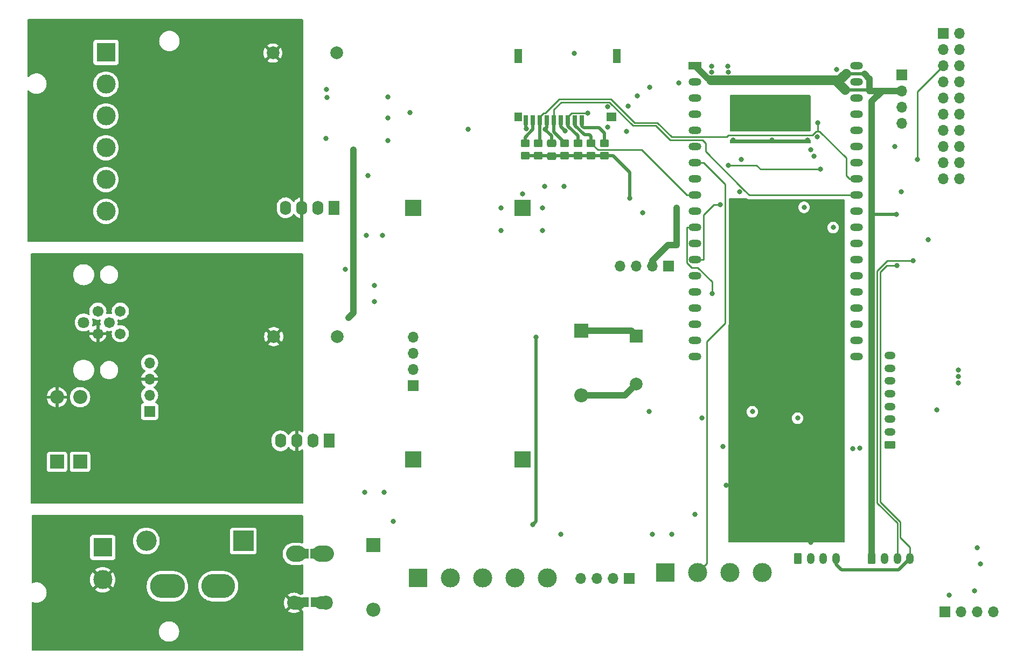
<source format=gbr>
%TF.GenerationSoftware,KiCad,Pcbnew,7.0.8*%
%TF.CreationDate,2023-11-15T18:30:51+02:00*%
%TF.ProjectId,CAN_DISPLAY,43414e5f-4449-4535-904c-41592e6b6963,rev?*%
%TF.SameCoordinates,Original*%
%TF.FileFunction,Copper,L4,Bot*%
%TF.FilePolarity,Positive*%
%FSLAX46Y46*%
G04 Gerber Fmt 4.6, Leading zero omitted, Abs format (unit mm)*
G04 Created by KiCad (PCBNEW 7.0.8) date 2023-11-15 18:30:51*
%MOMM*%
%LPD*%
G01*
G04 APERTURE LIST*
G04 Aperture macros list*
%AMRoundRect*
0 Rectangle with rounded corners*
0 $1 Rounding radius*
0 $2 $3 $4 $5 $6 $7 $8 $9 X,Y pos of 4 corners*
0 Add a 4 corners polygon primitive as box body*
4,1,4,$2,$3,$4,$5,$6,$7,$8,$9,$2,$3,0*
0 Add four circle primitives for the rounded corners*
1,1,$1+$1,$2,$3*
1,1,$1+$1,$4,$5*
1,1,$1+$1,$6,$7*
1,1,$1+$1,$8,$9*
0 Add four rect primitives between the rounded corners*
20,1,$1+$1,$2,$3,$4,$5,0*
20,1,$1+$1,$4,$5,$6,$7,0*
20,1,$1+$1,$6,$7,$8,$9,0*
20,1,$1+$1,$8,$9,$2,$3,0*%
G04 Aperture macros list end*
%TA.AperFunction,ComponentPad*%
%ADD10R,3.000000X3.000000*%
%TD*%
%TA.AperFunction,ComponentPad*%
%ADD11C,3.000000*%
%TD*%
%TA.AperFunction,ComponentPad*%
%ADD12R,1.700000X1.700000*%
%TD*%
%TA.AperFunction,ComponentPad*%
%ADD13O,1.700000X1.700000*%
%TD*%
%TA.AperFunction,ComponentPad*%
%ADD14RoundRect,0.250000X-0.350000X-0.625000X0.350000X-0.625000X0.350000X0.625000X-0.350000X0.625000X0*%
%TD*%
%TA.AperFunction,ComponentPad*%
%ADD15O,1.200000X1.750000*%
%TD*%
%TA.AperFunction,ComponentPad*%
%ADD16R,2.200000X2.200000*%
%TD*%
%TA.AperFunction,ComponentPad*%
%ADD17O,2.200000X2.200000*%
%TD*%
%TA.AperFunction,ComponentPad*%
%ADD18RoundRect,0.250000X0.625000X-0.350000X0.625000X0.350000X-0.625000X0.350000X-0.625000X-0.350000X0*%
%TD*%
%TA.AperFunction,ComponentPad*%
%ADD19O,1.750000X1.200000*%
%TD*%
%TA.AperFunction,ComponentPad*%
%ADD20C,2.200000*%
%TD*%
%TA.AperFunction,ComponentPad*%
%ADD21R,1.750000X2.250000*%
%TD*%
%TA.AperFunction,ComponentPad*%
%ADD22O,1.750000X2.250000*%
%TD*%
%TA.AperFunction,ComponentPad*%
%ADD23C,1.701800*%
%TD*%
%TA.AperFunction,ComponentPad*%
%ADD24C,1.803400*%
%TD*%
%TA.AperFunction,ComponentPad*%
%ADD25R,2.000000X2.000000*%
%TD*%
%TA.AperFunction,ComponentPad*%
%ADD26C,2.000000*%
%TD*%
%TA.AperFunction,ComponentPad*%
%ADD27O,5.500000X3.800000*%
%TD*%
%TA.AperFunction,ComponentPad*%
%ADD28O,5.300000X3.800000*%
%TD*%
%TA.AperFunction,ComponentPad*%
%ADD29R,2.000000X1.200000*%
%TD*%
%TA.AperFunction,ComponentPad*%
%ADD30O,2.000000X1.200000*%
%TD*%
%TA.AperFunction,ComponentPad*%
%ADD31R,3.200000X3.200000*%
%TD*%
%TA.AperFunction,ComponentPad*%
%ADD32O,3.200000X3.200000*%
%TD*%
%TA.AperFunction,ComponentPad*%
%ADD33R,2.500000X2.500000*%
%TD*%
%TA.AperFunction,SMDPad,CuDef*%
%ADD34RoundRect,0.250000X-0.450000X0.350000X-0.450000X-0.350000X0.450000X-0.350000X0.450000X0.350000X0*%
%TD*%
%TA.AperFunction,SMDPad,CuDef*%
%ADD35RoundRect,0.250000X0.450000X-0.350000X0.450000X0.350000X-0.450000X0.350000X-0.450000X-0.350000X0*%
%TD*%
%TA.AperFunction,SMDPad,CuDef*%
%ADD36RoundRect,0.250000X0.475000X-0.337500X0.475000X0.337500X-0.475000X0.337500X-0.475000X-0.337500X0*%
%TD*%
%TA.AperFunction,SMDPad,CuDef*%
%ADD37R,0.700000X1.600000*%
%TD*%
%TA.AperFunction,SMDPad,CuDef*%
%ADD38R,1.200000X2.200000*%
%TD*%
%TA.AperFunction,SMDPad,CuDef*%
%ADD39R,1.600000X1.400000*%
%TD*%
%TA.AperFunction,SMDPad,CuDef*%
%ADD40R,1.200000X1.400000*%
%TD*%
%TA.AperFunction,SMDPad,CuDef*%
%ADD41R,1.000000X1.500000*%
%TD*%
%TA.AperFunction,ViaPad*%
%ADD42C,0.800000*%
%TD*%
%TA.AperFunction,Conductor*%
%ADD43C,0.500000*%
%TD*%
%TA.AperFunction,Conductor*%
%ADD44C,1.000000*%
%TD*%
%TA.AperFunction,Conductor*%
%ADD45C,0.250000*%
%TD*%
%TA.AperFunction,Conductor*%
%ADD46C,2.000000*%
%TD*%
%TA.AperFunction,Conductor*%
%ADD47C,1.500000*%
%TD*%
%TA.AperFunction,Conductor*%
%ADD48C,2.500000*%
%TD*%
G04 APERTURE END LIST*
D10*
%TO.P,J6,1,Pin_1*%
%TO.N,Net-(J6-Pin_1)*%
X64516000Y-134620000D03*
D11*
%TO.P,J6,2,Pin_2*%
%TO.N,GNDPWR*%
X64516000Y-139700000D03*
%TD*%
D12*
%TO.P,J16,1,Pin_1*%
%TO.N,+3V3*%
X196860000Y-144780000D03*
D13*
%TO.P,J16,2,Pin_2*%
%TO.N,GND*%
X199400000Y-144780000D03*
%TO.P,J16,3,Pin_3*%
%TO.N,I2C_SCL*%
X201940000Y-144780000D03*
%TO.P,J16,4,Pin_4*%
%TO.N,I2C_SDA*%
X204480000Y-144780000D03*
%TD*%
D14*
%TO.P,J3,1,Pin_1*%
%TO.N,+3V3*%
X173769000Y-136352000D03*
D15*
%TO.P,J3,2,Pin_2*%
%TO.N,GND*%
X175769000Y-136352000D03*
%TO.P,J3,3,Pin_3*%
%TO.N,I2C_SCL*%
X177769000Y-136352000D03*
%TO.P,J3,4,Pin_4*%
%TO.N,I2C_SDA*%
X179769000Y-136352000D03*
%TD*%
D16*
%TO.P,D11,1,K*%
%TO.N,Net-(D1-K)*%
X57327800Y-121158000D03*
D17*
%TO.P,D11,2,A*%
%TO.N,GND2*%
X57327800Y-110998000D03*
%TD*%
D12*
%TO.P,J8,1,Pin_1*%
%TO.N,unconnected-(J8-Pin_1-Pad1)*%
X113284000Y-109220000D03*
D13*
%TO.P,J8,2,Pin_2*%
%TO.N,+12V*%
X113284000Y-106680000D03*
%TO.P,J8,3,Pin_3*%
%TO.N,GND*%
X113284000Y-104140000D03*
%TO.P,J8,4,Pin_4*%
%TO.N,+5V*%
X113284000Y-101600000D03*
%TD*%
D18*
%TO.P,J14,1,Pin_1*%
%TO.N,+5V*%
X188278600Y-118455200D03*
D19*
%TO.P,J14,2,Pin_2*%
X188278600Y-116455200D03*
%TO.P,J14,3,Pin_3*%
%TO.N,unconnected-(J14-Pin_3-Pad3)*%
X188278600Y-114455200D03*
%TO.P,J14,4,Pin_4*%
%TO.N,/Display/DWIN TX*%
X188278600Y-112455200D03*
%TO.P,J14,5,Pin_5*%
%TO.N,/Display/DWIN RX*%
X188278600Y-110455200D03*
%TO.P,J14,6,Pin_6*%
%TO.N,unconnected-(J14-Pin_6-Pad6)*%
X188278600Y-108455200D03*
%TO.P,J14,7,Pin_7*%
%TO.N,GND*%
X188278600Y-106455200D03*
%TO.P,J14,8,Pin_8*%
X188278600Y-104455200D03*
%TD*%
D10*
%TO.P,J20,1,Pin_1*%
%TO.N,Net-(J20-Pin_1)*%
X65024000Y-56788000D03*
D11*
%TO.P,J20,2,Pin_2*%
%TO.N,/Isolated/NMEA IN-*%
X65024000Y-61788000D03*
%TO.P,J20,3,Pin_3*%
%TO.N,/Isolated/NMEA IN+*%
X65024000Y-66788000D03*
%TO.P,J20,4,Pin_4*%
%TO.N,Net-(J20-Pin_1)*%
X65024000Y-71788000D03*
%TO.P,J20,5,Pin_5*%
%TO.N,/Isolated/NMEA OUT-*%
X65024000Y-76788000D03*
%TO.P,J20,6,Pin_6*%
%TO.N,/Isolated/NMEA OUT+*%
X65024000Y-81788000D03*
%TD*%
D20*
%TO.P,FL1,1,1*%
%TO.N,Net-(D12-K)*%
X94568000Y-135636000D03*
%TO.P,FL1,2,2*%
%TO.N,/PowerSuply/12V_FL*%
X99568000Y-135636000D03*
%TO.P,FL1,3,3*%
%TO.N,GND*%
X99568000Y-143336000D03*
%TO.P,FL1,4,4*%
%TO.N,GNDPWR*%
X94568000Y-143336000D03*
%TD*%
D16*
%TO.P,D6,1,K*%
%TO.N,+5V*%
X139700000Y-100584000D03*
D17*
%TO.P,D6,2,A*%
%TO.N,Net-(BZ1-+)*%
X139700000Y-110744000D03*
%TD*%
D12*
%TO.P,J10,1,Pin_1*%
%TO.N,unconnected-(J10-Pin_1-Pad1)*%
X147231400Y-139491000D03*
D13*
%TO.P,J10,2,Pin_2*%
%TO.N,+12V*%
X144691400Y-139491000D03*
%TO.P,J10,3,Pin_3*%
%TO.N,GND*%
X142151400Y-139491000D03*
%TO.P,J10,4,Pin_4*%
%TO.N,+5VP*%
X139611400Y-139491000D03*
%TD*%
D21*
%TO.P,PS1,1,-Vin*%
%TO.N,GND*%
X100076000Y-117856000D03*
D22*
%TO.P,PS1,2,+Vin*%
%TO.N,+5V*%
X97536000Y-117856000D03*
%TO.P,PS1,3,-Vout*%
%TO.N,GND2*%
X94996000Y-117856000D03*
%TO.P,PS1,4,+Vout*%
%TO.N,Net-(JP2-B)*%
X92456000Y-117856000D03*
%TD*%
D23*
%TO.P,J4,1,1*%
%TO.N,Net-(JP3-A)*%
X67289500Y-97475000D03*
%TO.P,J4,2,2*%
%TO.N,Net-(D1-A)*%
X67289500Y-101010534D03*
%TO.P,J4,3,3*%
%TO.N,GND2*%
X63753966Y-101010534D03*
%TO.P,J4,4,4*%
%TO.N,Net-(U3-CANH)*%
X63753966Y-97475000D03*
%TO.P,J4,5,5*%
%TO.N,Net-(JP19-A)*%
X65521733Y-99242767D03*
D24*
%TO.P,J4,6*%
%TO.N,Net-(JP3-A)*%
X61521741Y-99242767D03*
%TD*%
D25*
%TO.P,BZ1,1,-*%
%TO.N,+5V*%
X148336000Y-101356000D03*
D26*
%TO.P,BZ1,2,+*%
%TO.N,Net-(BZ1-+)*%
X148336000Y-108956000D03*
%TD*%
D10*
%TO.P,J15,1,Pin_1*%
%TO.N,GND*%
X152908000Y-138557000D03*
D11*
%TO.P,J15,2,Pin_2*%
%TO.N,/ESP32/GPIO_32_32K*%
X157988000Y-138557000D03*
%TO.P,J15,3,Pin_3*%
%TO.N,/ESP32/GPIO_33_32K*%
X163068000Y-138557000D03*
%TO.P,J15,4,Pin_4*%
%TO.N,+5VP*%
X168148000Y-138557000D03*
%TD*%
D12*
%TO.P,J13,1,Pin_1*%
%TO.N,GND*%
X190119000Y-60325000D03*
D13*
%TO.P,J13,2,Pin_2*%
%TO.N,+3V3*%
X190119000Y-62865000D03*
%TO.P,J13,3,Pin_3*%
%TO.N,/ESP32/GPIO_03_U0RXD*%
X190119000Y-65405000D03*
%TO.P,J13,4,Pin_4*%
%TO.N,/ESP32/GPIO_01_U0TXD*%
X190119000Y-67945000D03*
%TD*%
D16*
%TO.P,D1,1,K*%
%TO.N,Net-(D1-K)*%
X60960000Y-121158000D03*
D17*
%TO.P,D1,2,A*%
%TO.N,Net-(D1-A)*%
X60960000Y-110998000D03*
%TD*%
D16*
%TO.P,D10,1,K*%
%TO.N,/PowerSuply/12V_FL*%
X107010200Y-134213600D03*
D17*
%TO.P,D10,2,A*%
%TO.N,GND*%
X107010200Y-144373600D03*
%TD*%
D27*
%TO.P,F1,1*%
%TO.N,Net-(J6-Pin_1)*%
X74676000Y-140716000D03*
D28*
%TO.P,F1,2*%
%TO.N,Net-(D12-A)*%
X82676000Y-140716000D03*
%TD*%
D12*
%TO.P,J9,1,Pin_1*%
%TO.N,unconnected-(J9-Pin_1-Pad1)*%
X71882000Y-113233200D03*
D13*
%TO.P,J9,2,Pin_2*%
%TO.N,Net-(D1-K)*%
X71882000Y-110693200D03*
%TO.P,J9,3,Pin_3*%
%TO.N,GND2*%
X71882000Y-108153200D03*
%TO.P,J9,4,Pin_4*%
%TO.N,Net-(J9-Pin_4)*%
X71882000Y-105613200D03*
%TD*%
D12*
%TO.P,J19,1,Pin_1*%
%TO.N,+3V3*%
X153416000Y-90424000D03*
D13*
%TO.P,J19,2,Pin_2*%
%TO.N,GND*%
X150876000Y-90424000D03*
%TO.P,J19,3,Pin_3*%
%TO.N,I2C_SCL*%
X148336000Y-90424000D03*
%TO.P,J19,4,Pin_4*%
%TO.N,I2C_SDA*%
X145796000Y-90424000D03*
%TD*%
D26*
%TO.P,C2,1*%
%TO.N,GND*%
X101266000Y-56896000D03*
%TO.P,C2,2*%
%TO.N,GND3*%
X91266000Y-56896000D03*
%TD*%
%TO.P,C1,1*%
%TO.N,GND*%
X101393000Y-101473000D03*
%TO.P,C1,2*%
%TO.N,GND2*%
X91393000Y-101473000D03*
%TD*%
D29*
%TO.P,U1,1,3V3*%
%TO.N,+3V3*%
X157629100Y-58927800D03*
D30*
%TO.P,U1,2,CHIP_PU*%
%TO.N,/ESP32/EN*%
X157629100Y-61467800D03*
%TO.P,U1,3,SENSOR_VP/GPIO36/ADC1_CH0*%
%TO.N,/ESP32/GPIO_36*%
X157629100Y-64007800D03*
%TO.P,U1,4,SENSOR_VN/GPIO39/ADC1_CH3*%
%TO.N,/ESP32/GPIO_39*%
X157629100Y-66547800D03*
%TO.P,U1,5,VDET_1/GPIO34/ADC1_CH6*%
%TO.N,/ESP32/GPIO_34*%
X157629100Y-69087800D03*
%TO.P,U1,6,VDET_2/GPIO35/ADC1_CH7*%
%TO.N,/ESP32/GPIO_35*%
X157629100Y-71627800D03*
%TO.P,U1,7,32K_XP/GPIO32/ADC1_CH4*%
%TO.N,/ESP32/GPIO_32_32K*%
X157629100Y-74167800D03*
%TO.P,U1,8,32K_XN/GPIO33/ADC1_CH5*%
%TO.N,/ESP32/GPIO_33_32K*%
X157629100Y-76707800D03*
%TO.P,U1,9,DAC_1/ADC2_CH8/GPIO25*%
%TO.N,/ESP32/GPIO_25*%
X157629100Y-79247800D03*
%TO.P,U1,10,DAC_2/ADC2_CH9/GPIO26*%
%TO.N,/ESP32/GPIO_26*%
X157629100Y-81787800D03*
%TO.P,U1,11,ADC2_CH7/GPIO27*%
%TO.N,/ESP32/GPIO_27*%
X157629100Y-84327800D03*
%TO.P,U1,12,MTMS/GPIO14/ADC2_CH6*%
%TO.N,/ESP32/GPIO_14*%
X157629100Y-86867800D03*
%TO.P,U1,13,MTDI/GPIO12/ADC2_CH5*%
%TO.N,/ESP32/GPIO_12*%
X157629100Y-89407800D03*
%TO.P,U1,14,GND*%
%TO.N,GND*%
X157629100Y-91947800D03*
%TO.P,U1,15,MTCK/GPIO13/ADC2_CH4*%
%TO.N,/ESP32/GPIO_13*%
X157629100Y-94487800D03*
%TO.P,U1,16,SD_DATA2/GPIO9*%
%TO.N,/ESP32/GPIO_9*%
X157629100Y-97027800D03*
%TO.P,U1,17,SD_DATA3/GPIO10*%
%TO.N,/ESP32/GPIO_10*%
X157629100Y-99567800D03*
%TO.P,U1,18,CMD*%
%TO.N,unconnected-(U1-CMD-Pad18)*%
X157629100Y-102107800D03*
%TO.P,U1,19,5V*%
%TO.N,+5V*%
X157629100Y-104647800D03*
%TO.P,U1,20,SD_CLK/GPIO6*%
%TO.N,/ESP32/GPIO_6*%
X183025420Y-104645080D03*
%TO.P,U1,21,SD_DATA0/GPIO7*%
%TO.N,/ESP32/GPIO_7*%
X183025420Y-102105080D03*
%TO.P,U1,22,SD_DATA1/GPIO8*%
%TO.N,/ESP32/GPIO_8*%
X183029100Y-99567800D03*
%TO.P,U1,23,MTDO/GPIO15/ADC2_CH3*%
%TO.N,/ESP32/GPIO_15*%
X183029100Y-97027800D03*
%TO.P,U1,24,ADC2_CH2/GPIO2*%
%TO.N,/ESP32/GPIO_02*%
X183029100Y-94487800D03*
%TO.P,U1,25,GPIO0/BOOT/ADC2_CH1*%
%TO.N,/ESP32/GPIO_00_BOOT*%
X183029100Y-91947800D03*
%TO.P,U1,26,ADC2_CH0/GPIO4*%
%TO.N,/ESP32/GPIO_04*%
X183029100Y-89407800D03*
%TO.P,U1,27,GPIO16*%
%TO.N,/ESP32/GPIO_16*%
X183029100Y-86867800D03*
%TO.P,U1,28,GPIO17*%
%TO.N,/ESP32/GPIO_17*%
X183029100Y-84327800D03*
%TO.P,U1,29,GPIO5*%
%TO.N,/ESP32/GPIO_05*%
X183029100Y-81787800D03*
%TO.P,U1,30,GPIO18*%
%TO.N,/ESP32/GPIO_18*%
X183029100Y-79247800D03*
%TO.P,U1,31,GPIO19*%
%TO.N,/ESP32/GPIO_19*%
X183029100Y-76707800D03*
%TO.P,U1,32,GND*%
%TO.N,GND*%
X183029100Y-74167800D03*
%TO.P,U1,33,GPIO21*%
%TO.N,/ESP32/GPIO_21*%
X183029100Y-71627800D03*
%TO.P,U1,34,U0RXD/GPIO3*%
%TO.N,/ESP32/GPIO_03_U0RXD*%
X183029100Y-69087800D03*
%TO.P,U1,35,U0TXD/GPIO1*%
%TO.N,/ESP32/GPIO_01_U0TXD*%
X183029100Y-66547800D03*
%TO.P,U1,36,GPIO22*%
%TO.N,/ESP32/GPIO_22*%
X183029100Y-64007800D03*
%TO.P,U1,37,GPIO23*%
%TO.N,/ESP32/GPIO_23*%
X183029100Y-61467800D03*
%TO.P,U1,38,GND*%
%TO.N,GND*%
X183029100Y-58927800D03*
%TD*%
D31*
%TO.P,D12,1,K*%
%TO.N,Net-(D12-K)*%
X86614000Y-133604000D03*
D32*
%TO.P,D12,2,A*%
%TO.N,Net-(D12-A)*%
X71374000Y-133604000D03*
%TD*%
D33*
%TO.P,PS3,1,-Vin*%
%TO.N,GND*%
X130492500Y-120777000D03*
%TO.P,PS3,2,+Vin*%
%TO.N,+12V*%
X113347500Y-120777000D03*
%TO.P,PS3,3,-Vout*%
%TO.N,GND*%
X130492500Y-81277000D03*
%TO.P,PS3,4,+Vout*%
%TO.N,+5V*%
X113347500Y-81277000D03*
%TD*%
D14*
%TO.P,J2,1,Pin_1*%
%TO.N,+3V3*%
X185405000Y-136352000D03*
D15*
%TO.P,J2,2,Pin_2*%
%TO.N,GND*%
X187405000Y-136352000D03*
%TO.P,J2,3,Pin_3*%
%TO.N,I2C_SCL*%
X189405000Y-136352000D03*
%TO.P,J2,4,Pin_4*%
%TO.N,I2C_SDA*%
X191405000Y-136352000D03*
%TD*%
D21*
%TO.P,PS2,1,-Vin*%
%TO.N,GND*%
X100889500Y-81215500D03*
D22*
%TO.P,PS2,2,+Vin*%
%TO.N,+5V*%
X98349500Y-81215500D03*
%TO.P,PS2,3,-Vout*%
%TO.N,GND3*%
X95809500Y-81215500D03*
%TO.P,PS2,4,+Vout*%
%TO.N,+5VA*%
X93269500Y-81215500D03*
%TD*%
D10*
%TO.P,J5,1,Pin_1*%
%TO.N,GND*%
X114046000Y-139446000D03*
D11*
%TO.P,J5,2,Pin_2*%
%TO.N,/PowerSuply/12V_FL*%
X119126000Y-139446000D03*
%TO.P,J5,3,Pin_3*%
%TO.N,GND*%
X124206000Y-139446000D03*
%TO.P,J5,4,Pin_4*%
%TO.N,Net-(J5-Pin_4)*%
X129286000Y-139446000D03*
%TO.P,J5,5,Pin_5*%
%TO.N,+12V*%
X134366000Y-139446000D03*
%TD*%
D12*
%TO.P,J18,1,Pin_1*%
%TO.N,Net-(J18-Pin_1)*%
X196596000Y-53848000D03*
D13*
%TO.P,J18,2,Pin_2*%
%TO.N,unconnected-(J18-Pin_2-Pad2)*%
X199136000Y-53848000D03*
%TO.P,J18,3,Pin_3*%
%TO.N,unconnected-(J18-Pin_3-Pad3)*%
X196596000Y-56388000D03*
%TO.P,J18,4,Pin_4*%
%TO.N,unconnected-(J18-Pin_4-Pad4)*%
X199136000Y-56388000D03*
%TO.P,J18,5,Pin_5*%
%TO.N,/ESP32/GPIO_12*%
X196596000Y-58928000D03*
%TO.P,J18,6,Pin_6*%
%TO.N,GND*%
X199136000Y-58928000D03*
%TO.P,J18,7,Pin_7*%
%TO.N,/ESP32/GPIO_14*%
X196596000Y-61468000D03*
%TO.P,J18,8,Pin_8*%
%TO.N,GND*%
X199136000Y-61468000D03*
%TO.P,J18,9,Pin_9*%
%TO.N,/ESP32/GPIO_13*%
X196596000Y-64008000D03*
%TO.P,J18,10,Pin_10*%
%TO.N,GND*%
X199136000Y-64008000D03*
%TO.P,J18,11,Pin_11*%
%TO.N,unconnected-(J18-Pin_11-Pad11)*%
X196596000Y-66548000D03*
%TO.P,J18,12,Pin_12*%
%TO.N,GND*%
X199136000Y-66548000D03*
%TO.P,J18,13,Pin_13*%
%TO.N,/ESP32/GPIO_15*%
X196596000Y-69088000D03*
%TO.P,J18,14,Pin_14*%
%TO.N,GND*%
X199136000Y-69088000D03*
%TO.P,J18,15,Pin_15*%
%TO.N,/ESP32/EN*%
X196596000Y-71628000D03*
%TO.P,J18,16,Pin_16*%
%TO.N,unconnected-(J18-Pin_16-Pad16)*%
X199136000Y-71628000D03*
%TO.P,J18,17,Pin_17*%
%TO.N,unconnected-(J18-Pin_17-Pad17)*%
X196596000Y-74168000D03*
%TO.P,J18,18,Pin_18*%
%TO.N,unconnected-(J18-Pin_18-Pad18)*%
X199136000Y-74168000D03*
%TO.P,J18,19,Pin_19*%
%TO.N,unconnected-(J18-Pin_19-Pad19)*%
X196596000Y-76708000D03*
%TO.P,J18,20,Pin_20*%
%TO.N,unconnected-(J18-Pin_20-Pad20)*%
X199136000Y-76708000D03*
%TD*%
D34*
%TO.P,R17,1*%
%TO.N,/ESP32/GPIO_25*%
X141262200Y-71066400D03*
%TO.P,R17,2*%
%TO.N,+3V3*%
X141262200Y-73066400D03*
%TD*%
D35*
%TO.P,R19,1*%
%TO.N,+3V3*%
X130911600Y-73050400D03*
%TO.P,R19,2*%
%TO.N,Net-(J11-DAT1)*%
X130911600Y-71050400D03*
%TD*%
D36*
%TO.P,C23,1*%
%TO.N,+3V3*%
X135043400Y-73123800D03*
%TO.P,C23,2*%
%TO.N,GND*%
X135043400Y-71048800D03*
%TD*%
D37*
%TO.P,J11,1,DAT2*%
%TO.N,Net-(J11-DAT2)*%
X139831632Y-67445755D03*
%TO.P,J11,2,DAT3/CD*%
%TO.N,/ESP32/GPIO_25*%
X138731632Y-67445755D03*
%TO.P,J11,3,CMD*%
%TO.N,/ESP32/GPIO_23*%
X137631632Y-67445755D03*
%TO.P,J11,4,VDD*%
%TO.N,+3V3*%
X136531632Y-67445755D03*
%TO.P,J11,5,CLK*%
%TO.N,/ESP32/GPIO_18*%
X135431632Y-67445755D03*
%TO.P,J11,6,VSS*%
%TO.N,GND*%
X134331632Y-67445755D03*
%TO.P,J11,7,DAT0*%
%TO.N,/ESP32/GPIO_19*%
X133231632Y-67445755D03*
%TO.P,J11,8,DAT1*%
%TO.N,Net-(J11-DAT1)*%
X132131632Y-67445755D03*
%TO.P,J11,9,SHIELD*%
%TO.N,GND*%
X131031632Y-67445755D03*
D38*
%TO.P,J11,SH*%
%TO.N,N/C*%
X145331632Y-57345755D03*
D39*
X144431632Y-66945755D03*
D40*
X129831632Y-66945755D03*
D38*
X129831632Y-57345755D03*
%TD*%
D34*
%TO.P,R16,1*%
%TO.N,Net-(J11-DAT2)*%
X143340800Y-71066400D03*
%TO.P,R16,2*%
%TO.N,+3V3*%
X143340800Y-73066400D03*
%TD*%
D41*
%TO.P,JP17,1,A*%
%TO.N,GND*%
X97718400Y-143256000D03*
%TO.P,JP17,2,B*%
%TO.N,GNDPWR*%
X96418400Y-143256000D03*
%TD*%
D34*
%TO.P,R14,1*%
%TO.N,/ESP32/GPIO_23*%
X139183600Y-71066400D03*
%TO.P,R14,2*%
%TO.N,+3V3*%
X139183600Y-73066400D03*
%TD*%
%TO.P,R18,1*%
%TO.N,/ESP32/GPIO_18*%
X137105000Y-71066400D03*
%TO.P,R18,2*%
%TO.N,+3V3*%
X137105000Y-73066400D03*
%TD*%
D41*
%TO.P,JP16,1,A*%
%TO.N,/PowerSuply/12V_FL*%
X97678000Y-135636000D03*
%TO.P,JP16,2,B*%
%TO.N,Net-(D12-K)*%
X96378000Y-135636000D03*
%TD*%
D35*
%TO.P,R20,1*%
%TO.N,+3V3*%
X132969000Y-73050400D03*
%TO.P,R20,2*%
%TO.N,/ESP32/GPIO_19*%
X132969000Y-71050400D03*
%TD*%
D42*
%TO.N,GND*%
X130506002Y-79032586D03*
X133604000Y-84836000D03*
X127127000Y-84836000D03*
X133604000Y-81280000D03*
X127127000Y-81280000D03*
%TO.N,/ESP32/GPIO_14*%
X158709900Y-114300000D03*
%TO.N,GND*%
X154686000Y-87122000D03*
X162837000Y-59862200D03*
X183515000Y-118999000D03*
X149346677Y-82008562D03*
X134061000Y-68884800D03*
X99669600Y-62636400D03*
X163322000Y-87122000D03*
X169672000Y-70612000D03*
X105943400Y-85598000D03*
X164592000Y-78740000D03*
X162538600Y-124813400D03*
X175768000Y-133858000D03*
X177292000Y-82042000D03*
X133985000Y-77851000D03*
X168808000Y-65777200D03*
X108712000Y-125984000D03*
X163322000Y-102616000D03*
X179832000Y-88646000D03*
X179885000Y-59449800D03*
X106172000Y-76200000D03*
X169672000Y-64008000D03*
X154686000Y-84328000D03*
X138633000Y-56972200D03*
X148539000Y-63601600D03*
X167404000Y-68561100D03*
X163576000Y-64008000D03*
X162030600Y-118717400D03*
X105664000Y-125984000D03*
X121920945Y-68878497D03*
X154686000Y-81280000D03*
X160263000Y-59862200D03*
X169650600Y-124813400D03*
X150368000Y-113284000D03*
X157589000Y-129418500D03*
X143866000Y-65328800D03*
X146837000Y-69218900D03*
X163576000Y-70612000D03*
X163322000Y-97028000D03*
X162763000Y-59007400D03*
X108483400Y-85598000D03*
X180594000Y-106426000D03*
X143866000Y-68529200D03*
X163322000Y-92202000D03*
X202481000Y-137211000D03*
X163322000Y-133096000D03*
X147117000Y-65278000D03*
X173990000Y-90932000D03*
X189992000Y-78740000D03*
X179324000Y-80518000D03*
X167441000Y-67181600D03*
X201973000Y-134671000D03*
X150520000Y-62280800D03*
X170180000Y-82042000D03*
X168796000Y-68586000D03*
X171450000Y-90932000D03*
X175260000Y-64008000D03*
X112776000Y-66294000D03*
X199005000Y-106731000D03*
X180340000Y-133096000D03*
X150876000Y-132588000D03*
X197533000Y-142105000D03*
X102616000Y-90932000D03*
X136534600Y-132537200D03*
X180594000Y-100838000D03*
X155092000Y-61569600D03*
X169142600Y-118717400D03*
X170225000Y-65777200D03*
X163322000Y-107696000D03*
X201574000Y-141427000D03*
X172720000Y-82042000D03*
X182372000Y-119126000D03*
X99733400Y-63922300D03*
X164592000Y-82042000D03*
X131064000Y-68757800D03*
X153924000Y-132588000D03*
X137033000Y-77851000D03*
X175260000Y-70612000D03*
X199005000Y-108763000D03*
X195580000Y-113030000D03*
X170225000Y-67169200D03*
X169164000Y-89154000D03*
X99568000Y-70358000D03*
X199005000Y-107747000D03*
X168821000Y-67181600D03*
X167386000Y-82042000D03*
X110186000Y-130552000D03*
X175514000Y-109220000D03*
X160263000Y-59007400D03*
X170225000Y-68573600D03*
X167416000Y-65764800D03*
X178816000Y-90424000D03*
%TO.N,/ESP32/EN*%
X176784000Y-70104000D03*
X166624000Y-113284000D03*
X194240000Y-86248900D03*
%TO.N,I2C_SDA*%
X189357000Y-90284900D03*
%TO.N,/ESP32/GPIO_32_32K*%
X164846000Y-73660000D03*
%TO.N,/ESP32/GPIO_27*%
X160274000Y-94742000D03*
%TO.N,/ESP32/GPIO_14*%
X162851500Y-74536300D03*
X177292000Y-75184000D03*
%TO.N,/ESP32/GPIO_12*%
X192532000Y-73660000D03*
X161581500Y-80772000D03*
%TO.N,/ESP32/GPIO_13*%
X176276000Y-73152000D03*
X188976000Y-71628000D03*
%TO.N,/ESP32/GPIO_15*%
X109316300Y-67087400D03*
X174752000Y-81154600D03*
%TO.N,/ESP32/GPIO_00_BOOT*%
X173736000Y-114300000D03*
%TO.N,+3V3*%
X147320000Y-79756000D03*
X139184000Y-73066400D03*
X137211000Y-69138800D03*
X103886000Y-72136000D03*
X103124000Y-98552000D03*
X189230000Y-82296000D03*
%TO.N,GND2*%
X67818000Y-125019000D03*
X71628000Y-95250000D03*
X93980000Y-90932000D03*
X83820000Y-122682000D03*
X71628000Y-92710000D03*
X80594200Y-100127000D03*
X86868000Y-122682000D03*
X81661000Y-101676000D03*
X65604300Y-113995000D03*
X89662000Y-90932000D03*
X73152000Y-124968000D03*
X69850000Y-99060000D03*
X70866000Y-124968000D03*
%TO.N,/ESP32/GPIO_19*%
X176868000Y-67901200D03*
%TO.N,/ESP32/GPIO_23*%
X140712000Y-66318800D03*
%TO.N,GND3*%
X90170000Y-62738000D03*
X93726000Y-83820000D03*
X95250000Y-83820000D03*
X84074000Y-84328000D03*
X76200000Y-64262000D03*
X85598000Y-72390000D03*
X55118000Y-71628000D03*
X87122000Y-84328000D03*
X55118000Y-69088000D03*
X78740000Y-78486000D03*
X93726000Y-85344000D03*
X90170000Y-63754000D03*
X55118000Y-70358000D03*
X76708000Y-80772000D03*
X95250000Y-85344000D03*
X93980000Y-70358000D03*
%TO.N,/ESP32/GPIO_16*%
X109306000Y-70690300D03*
%TO.N,/ESP32/GPIO_17*%
X175768000Y-72136000D03*
X109337000Y-63790700D03*
%TO.N,/ESP32/GPIO_05*%
X107188000Y-93472000D03*
%TO.N,/ESP32/GPIO_04*%
X179324000Y-84328000D03*
X107188000Y-96012000D03*
%TO.N,I2C_SCL*%
X191897000Y-89560400D03*
%TO.N,A2D_12V*%
X132080000Y-131064000D03*
X132588000Y-101600000D03*
%TD*%
D43*
%TO.N,GND*%
X134331632Y-67716632D02*
X134331632Y-68614168D01*
D44*
X154686000Y-84328000D02*
X154686000Y-87122000D01*
D45*
X131032000Y-67445800D02*
X131032000Y-67445700D01*
X135043000Y-70483700D02*
X135043000Y-70766200D01*
D43*
X131032000Y-68085600D02*
X131032000Y-68725400D01*
D45*
X134332000Y-67445900D02*
X134332000Y-67445800D01*
X135043000Y-70483300D02*
X135043000Y-70483700D01*
X135043000Y-70907500D02*
X135043000Y-70978100D01*
D43*
X135043000Y-71044300D02*
X135043000Y-71046500D01*
X135043000Y-71031100D02*
X135043000Y-71039900D01*
D45*
X135043000Y-71013400D02*
X135043000Y-71031100D01*
X135043000Y-70766200D02*
X135043000Y-70907500D01*
X134331600Y-67445800D02*
X134331600Y-67445700D01*
X135043000Y-70978100D02*
X135043000Y-71013400D01*
D43*
X134331632Y-68614168D02*
X134061000Y-68884800D01*
X135043000Y-70766200D02*
X135043000Y-70907500D01*
D45*
X131032000Y-68085200D02*
X131032000Y-67445800D01*
X134196000Y-67581000D02*
X134332000Y-67445900D01*
X131032000Y-68085600D02*
X131032000Y-68085200D01*
D43*
X131032000Y-68725400D02*
X131064000Y-68757800D01*
X131032000Y-67445800D02*
X131032000Y-68085200D01*
D44*
X154686000Y-81280000D02*
X154686000Y-84328000D01*
D45*
X135043000Y-71048200D02*
X135043400Y-71048600D01*
X98545300Y-143256000D02*
X98625300Y-143336000D01*
D43*
X131032000Y-68085200D02*
X131032000Y-68085600D01*
X134264000Y-67513400D02*
X134196000Y-67581000D01*
D45*
X131032000Y-67445700D02*
X131031600Y-67445700D01*
X135043000Y-71048200D02*
X135043000Y-71048800D01*
D43*
X135043000Y-71039900D02*
X135043000Y-71044300D01*
X135043000Y-70978100D02*
X135043000Y-71013400D01*
X134332000Y-67445800D02*
X134264000Y-67513400D01*
X135043000Y-70483300D02*
X135043000Y-70483700D01*
X134061000Y-68935600D02*
X135043000Y-69917800D01*
D45*
X135043000Y-71039900D02*
X135043000Y-71044300D01*
X135043000Y-71031100D02*
X135043000Y-71039900D01*
D44*
X150876000Y-89578656D02*
X150876000Y-90424000D01*
D45*
X135043400Y-71048600D02*
X135043400Y-71048800D01*
X97718400Y-143256000D02*
X98545300Y-143256000D01*
X134332000Y-67445800D02*
X134332000Y-67445700D01*
D43*
X135043000Y-70907500D02*
X135043000Y-70978100D01*
D45*
X135043000Y-71047600D02*
X135043000Y-71048200D01*
D46*
X99568000Y-143336000D02*
X98784400Y-143336000D01*
D44*
X154686000Y-87122000D02*
X153332656Y-87122000D01*
D43*
X135043000Y-71047600D02*
X135043000Y-71048200D01*
X135043000Y-70483700D02*
X135043000Y-70766200D01*
X135043000Y-71013400D02*
X135043000Y-71031100D01*
D45*
X134264000Y-67513400D02*
X134331600Y-67445800D01*
D43*
X134061000Y-68884800D02*
X134061000Y-68935600D01*
D45*
X135043000Y-71044300D02*
X135043000Y-71046500D01*
D43*
X135043000Y-71048200D02*
X135043000Y-71048800D01*
X135043000Y-71046500D02*
X135043000Y-71047600D01*
D45*
X135043000Y-71046500D02*
X135043000Y-71047600D01*
X98625300Y-143336000D02*
X98784400Y-143336000D01*
D43*
X135043000Y-69917800D02*
X135043000Y-70483300D01*
D44*
X153332656Y-87122000D02*
X150876000Y-89578656D01*
%TO.N,+5V*%
X139700000Y-100584000D02*
X147564000Y-100584000D01*
X147564000Y-100584000D02*
X148336000Y-101356000D01*
D43*
%TO.N,I2C_SDA*%
X189581000Y-138176000D02*
X180645000Y-138176000D01*
D45*
X191405000Y-134621000D02*
X189855000Y-133071000D01*
X189855000Y-133071000D02*
X189855000Y-130624000D01*
X191405000Y-136352000D02*
X191405000Y-134621000D01*
D43*
X179769000Y-137300000D02*
X179769000Y-136352000D01*
D45*
X186680000Y-127449000D02*
X186680000Y-91324400D01*
X186680000Y-91324400D02*
X187719000Y-90284900D01*
X187719000Y-90284900D02*
X189357000Y-90284900D01*
X189855000Y-130624000D02*
X186680000Y-127449000D01*
D43*
X191405000Y-136352000D02*
X189581000Y-138176000D01*
X180645000Y-138176000D02*
X179769000Y-137300000D01*
D45*
%TO.N,/ESP32/GPIO_32_32K*%
X159434400Y-102199700D02*
X162306000Y-99328100D01*
X162306000Y-99328100D02*
X162306000Y-93218000D01*
X162306000Y-77517800D02*
X162306000Y-93395000D01*
X159434400Y-137110600D02*
X159434400Y-102199700D01*
X157629100Y-74167800D02*
X158956000Y-74167800D01*
X157988000Y-138557000D02*
X159434400Y-137110600D01*
X158956000Y-74167800D02*
X162306000Y-77517800D01*
%TO.N,/ESP32/GPIO_25*%
X149174000Y-72120100D02*
X156302000Y-79247800D01*
X138731600Y-67445700D02*
X138732000Y-67445700D01*
X141262000Y-70675400D02*
X141262000Y-71066400D01*
X157629100Y-79247800D02*
X157629000Y-79247800D01*
D43*
X140970000Y-69723000D02*
X141262000Y-70015200D01*
X138732000Y-68245800D02*
X140209000Y-69723000D01*
D45*
X141262200Y-71066400D02*
X141262000Y-71066400D01*
D43*
X141262000Y-70015200D02*
X141262000Y-70675200D01*
X138732000Y-67445800D02*
X138732000Y-68245800D01*
X140209000Y-69723000D02*
X140970000Y-69723000D01*
D45*
X141262000Y-71066400D02*
X142316000Y-72120100D01*
X138732000Y-67445700D02*
X138732000Y-67445800D01*
D43*
X141262000Y-70675400D02*
X141262000Y-71066400D01*
D45*
X142316000Y-72120100D02*
X149174000Y-72120100D01*
X141262000Y-70675200D02*
X141262000Y-70675400D01*
D43*
X141262000Y-70675200D02*
X141262000Y-70675400D01*
D45*
X156302000Y-79247800D02*
X157629000Y-79247800D01*
%TO.N,/ESP32/GPIO_27*%
X156302200Y-89891900D02*
X156302200Y-84327800D01*
X160274000Y-92879300D02*
X158040100Y-90645400D01*
X156302200Y-84327800D02*
X157629100Y-84327800D01*
X157055700Y-90645400D02*
X156302200Y-89891900D01*
X158040100Y-90645400D02*
X157055700Y-90645400D01*
X160274000Y-94742000D02*
X160274000Y-92879300D01*
%TO.N,/ESP32/GPIO_14*%
X162851500Y-74536300D02*
X167271700Y-74536300D01*
X167271700Y-74536300D02*
X167919400Y-75184000D01*
X167919400Y-75184000D02*
X177292000Y-75184000D01*
%TO.N,/ESP32/GPIO_12*%
X158956000Y-82337400D02*
X158956000Y-89407800D01*
X160521400Y-80772000D02*
X158956000Y-82337400D01*
X158956000Y-89407800D02*
X157629100Y-89407800D01*
X196596000Y-58928000D02*
X192532000Y-62992000D01*
X192532000Y-62992000D02*
X192532000Y-73660000D01*
X161581500Y-80772000D02*
X160521400Y-80772000D01*
D44*
%TO.N,+3V3*%
X187046000Y-62865000D02*
X185056000Y-62865000D01*
D43*
X147320000Y-79756000D02*
X147320000Y-75692000D01*
D45*
X135043400Y-73123800D02*
X135043000Y-73123800D01*
D44*
X158521500Y-59820000D02*
X159664000Y-60962200D01*
D43*
X143340800Y-73066400D02*
X141262200Y-73066400D01*
D45*
X159872000Y-60962200D02*
X160097000Y-61187200D01*
D43*
X157629000Y-58927800D02*
X159414000Y-60712200D01*
D45*
X160097000Y-61187200D02*
X160097000Y-61212200D01*
D43*
X189230000Y-82296000D02*
X185405000Y-82296000D01*
D45*
X130911600Y-73050400D02*
X130912000Y-73050400D01*
D47*
X160097000Y-61212200D02*
X179696000Y-61212200D01*
D44*
X159664000Y-60962200D02*
X159872000Y-60962200D01*
D43*
X135043000Y-73066400D02*
X132969000Y-73066400D01*
X137084000Y-73075800D02*
X137074000Y-73066400D01*
X181205000Y-62720900D02*
X184912000Y-62720900D01*
X137105000Y-73066400D02*
X137093000Y-73066400D01*
D44*
X103886000Y-72136000D02*
X103886000Y-97790000D01*
D47*
X179696000Y-61212200D02*
X181205000Y-62720900D01*
D43*
X137074000Y-73066400D02*
X135043000Y-73066400D01*
D44*
X185056000Y-60900900D02*
X184912000Y-60960000D01*
D43*
X136532000Y-68459600D02*
X136532000Y-67445800D01*
D47*
X179696000Y-61212200D02*
X180291000Y-61212200D01*
D43*
X132969000Y-73066400D02*
X130928000Y-73066400D01*
D45*
X136532000Y-67445700D02*
X136532000Y-67445800D01*
D43*
X130928000Y-73066400D02*
X130912000Y-73050400D01*
X144694400Y-73066400D02*
X143340800Y-73066400D01*
D44*
X185056000Y-62865000D02*
X185056000Y-60900900D01*
D45*
X132969000Y-73050400D02*
X132969000Y-73066400D01*
D44*
X185405000Y-83337400D02*
X185405000Y-136352000D01*
X157629000Y-58927800D02*
X158521500Y-59820000D01*
D43*
X137093000Y-73066400D02*
X137084000Y-73075800D01*
D44*
X159872000Y-60962200D02*
X160080000Y-60962200D01*
D43*
X184302000Y-60147200D02*
X181356000Y-60147200D01*
D45*
X136531600Y-67445700D02*
X136532000Y-67445700D01*
D43*
X139183600Y-73066400D02*
X137105000Y-73066400D01*
X137211000Y-69138800D02*
X136532000Y-68459600D01*
X147320000Y-75692000D02*
X144694400Y-73066400D01*
D45*
X158521500Y-59820000D02*
X158521300Y-59820000D01*
D44*
X185405000Y-82296000D02*
X185405000Y-83337400D01*
D45*
X135043000Y-73123800D02*
X135043000Y-73066400D01*
D43*
X141262200Y-73066400D02*
X139184000Y-73066400D01*
D44*
X190119000Y-62865000D02*
X187046000Y-62865000D01*
X185405000Y-64505600D02*
X185405000Y-82296000D01*
X103886000Y-97790000D02*
X103124000Y-98552000D01*
X187046000Y-62865000D02*
X185405000Y-64505600D01*
X184912000Y-60960000D02*
X184302000Y-60147200D01*
D45*
X158521300Y-59820000D02*
X157629100Y-58927800D01*
D43*
X139184000Y-73066400D02*
X139183600Y-73066400D01*
D47*
X180291000Y-61212200D02*
X181356000Y-60147200D01*
D45*
%TO.N,/ESP32/GPIO_18*%
X164892305Y-78015000D02*
X165317000Y-78439695D01*
X166115800Y-79247800D02*
X183029100Y-79247800D01*
X135432000Y-68367500D02*
X135432000Y-67445800D01*
X165317000Y-78439695D02*
X165317000Y-78449000D01*
X135431632Y-67445755D02*
X135431632Y-65736368D01*
X144166305Y-64603800D02*
X147888505Y-68326000D01*
D43*
X135432000Y-69290000D02*
X137105000Y-70963400D01*
D45*
X153670000Y-70612000D02*
X158750000Y-70612000D01*
X158750000Y-70612000D02*
X159258000Y-71120000D01*
X135432000Y-68367900D02*
X135432000Y-68367500D01*
D43*
X135432000Y-68367900D02*
X135432000Y-69290000D01*
D45*
X159258000Y-71120000D02*
X159258000Y-72390000D01*
X135431900Y-67445700D02*
X135432000Y-67445800D01*
X151384000Y-68326000D02*
X153670000Y-70612000D01*
X159258000Y-72390000D02*
X164883000Y-78015000D01*
D43*
X135432000Y-67445800D02*
X135432000Y-68367500D01*
D45*
X147888505Y-68326000D02*
X151384000Y-68326000D01*
X164883000Y-78015000D02*
X164892305Y-78015000D01*
X135431632Y-65736368D02*
X136564200Y-64603800D01*
X165317000Y-78449000D02*
X166115800Y-79247800D01*
X136564200Y-64603800D02*
X144166305Y-64603800D01*
D43*
X135432000Y-68367500D02*
X135432000Y-68367900D01*
X137105000Y-70963400D02*
X137105000Y-71066400D01*
D45*
X135431600Y-67445700D02*
X135431900Y-67445700D01*
%TO.N,/ESP32/GPIO_19*%
X176647695Y-69215000D02*
X177165000Y-69215000D01*
X181356000Y-73406000D02*
X181356000Y-76200000D01*
X148074901Y-67876000D02*
X151696000Y-67876000D01*
X162555347Y-70104000D02*
X162809347Y-69850000D01*
X133847012Y-66320755D02*
X134085245Y-66320755D01*
X181864000Y-76708000D02*
X181864200Y-76707800D01*
X133231632Y-66936135D02*
X133847012Y-66320755D01*
X181356000Y-76200000D02*
X181864000Y-76708000D01*
X136252200Y-64153800D02*
X144352701Y-64153800D01*
X176059000Y-69813000D02*
X176059000Y-69803695D01*
X176059000Y-69803695D02*
X176647695Y-69215000D01*
X181864200Y-76707800D02*
X183029100Y-76707800D01*
D43*
X133231632Y-67445755D02*
X133211000Y-67466387D01*
D45*
X176022000Y-69850000D02*
X176059000Y-69813000D01*
X134085245Y-66320755D02*
X136252200Y-64153800D01*
X162809347Y-69850000D02*
X176022000Y-69850000D01*
X133231632Y-67445755D02*
X133231632Y-66936135D01*
D43*
X133211000Y-67466387D02*
X133211000Y-70808400D01*
D45*
X151696000Y-67876000D02*
X153924000Y-70104000D01*
D43*
X133211000Y-70808400D02*
X132969000Y-71050400D01*
D45*
X144352701Y-64153800D02*
X148074901Y-67876000D01*
X176868000Y-67901200D02*
X176868000Y-69215000D01*
X177165000Y-69215000D02*
X181356000Y-73406000D01*
X153924000Y-70104000D02*
X162555347Y-70104000D01*
%TO.N,/ESP32/GPIO_23*%
X139184000Y-70570100D02*
X139184000Y-71066400D01*
X137632000Y-66933100D02*
X138246000Y-66318800D01*
X137631600Y-67445700D02*
X137632000Y-67445700D01*
D43*
X139184000Y-70569700D02*
X139184000Y-70570100D01*
D45*
X138246000Y-66318800D02*
X140712000Y-66318800D01*
D43*
X139184000Y-69892400D02*
X139184000Y-70569700D01*
D45*
X137632000Y-67445700D02*
X137632000Y-66933100D01*
D43*
X139184000Y-70570100D02*
X139184000Y-71066400D01*
X137632000Y-68340400D02*
X139184000Y-69892400D01*
D45*
X139184000Y-70569700D02*
X139184000Y-70570100D01*
X137632000Y-67445800D02*
X137632000Y-67445700D01*
D43*
X137632000Y-67445800D02*
X137632000Y-68340400D01*
D45*
X139183600Y-71066400D02*
X139184000Y-71066400D01*
D46*
%TO.N,GNDPWR*%
X94568000Y-143336000D02*
X94589600Y-143358000D01*
X94589600Y-143358000D02*
X95402400Y-143358000D01*
D45*
X95489500Y-143358000D02*
X95591500Y-143256000D01*
X95591500Y-143256000D02*
X96418400Y-143256000D01*
X95402400Y-143358000D02*
X95489500Y-143358000D01*
%TO.N,Net-(D12-K)*%
X96378000Y-135636000D02*
X95250000Y-135636000D01*
D48*
X94568000Y-135636000D02*
X95250000Y-135636000D01*
D45*
%TO.N,I2C_SCL*%
X189405000Y-136352000D02*
X189405000Y-130810000D01*
X187808100Y-89559900D02*
X191896500Y-89559900D01*
X189405000Y-130810000D02*
X186230000Y-127635000D01*
X186230000Y-91138000D02*
X187808100Y-89559900D01*
X186230000Y-127635000D02*
X186230000Y-91138000D01*
X191896500Y-89559900D02*
X191897000Y-89560400D01*
D43*
%TO.N,Net-(J11-DAT1)*%
X130912000Y-71043000D02*
X130912000Y-71046700D01*
X130912000Y-71021100D02*
X130912000Y-71035700D01*
D45*
X130912000Y-71046700D02*
X130912000Y-71048500D01*
D43*
X130912000Y-71035700D02*
X130912000Y-71043000D01*
X130912000Y-71049900D02*
X130912000Y-71050400D01*
D45*
X130912000Y-71049400D02*
X130912000Y-71049900D01*
D43*
X130912000Y-70112300D02*
X130912000Y-70581300D01*
X130912000Y-70816000D02*
X130912000Y-70933200D01*
D45*
X130912000Y-70991800D02*
X130912000Y-71021100D01*
X130912000Y-71043000D02*
X130912000Y-71046700D01*
X130912000Y-71035700D02*
X130912000Y-71043000D01*
X130911600Y-71050300D02*
X130911600Y-71050400D01*
X130912000Y-71048500D02*
X130912000Y-71049400D01*
D43*
X130912000Y-70581300D02*
X130912000Y-70581700D01*
D45*
X132132000Y-67445700D02*
X132132000Y-67445800D01*
X130912000Y-70816000D02*
X130912000Y-70933200D01*
D43*
X130912000Y-71048500D02*
X130912000Y-71049400D01*
D45*
X130912000Y-70581700D02*
X130912000Y-70816000D01*
X130912000Y-70581300D02*
X130912000Y-70581700D01*
D43*
X132132000Y-67445800D02*
X132132000Y-68892300D01*
X132132000Y-68892300D02*
X130912000Y-70112300D01*
D45*
X130912000Y-71021100D02*
X130912000Y-71035700D01*
D43*
X130912000Y-71049400D02*
X130912000Y-71049900D01*
D45*
X130912000Y-71049900D02*
X130912000Y-71050400D01*
D43*
X130912000Y-70933200D02*
X130912000Y-70991800D01*
D45*
X130912000Y-71049900D02*
X130911600Y-71050300D01*
D43*
X130912000Y-70581700D02*
X130912000Y-70816000D01*
X130912000Y-70991800D02*
X130912000Y-71021100D01*
D45*
X132132000Y-67445700D02*
X132131600Y-67445700D01*
X130912000Y-70933200D02*
X130912000Y-70991800D01*
D43*
X130912000Y-71046700D02*
X130912000Y-71048500D01*
%TO.N,Net-(J11-DAT2)*%
X140132000Y-68656100D02*
X142494000Y-68656100D01*
X143341000Y-70284900D02*
X143341000Y-70675600D01*
D45*
X143341000Y-71060200D02*
X143341000Y-71063300D01*
X143341000Y-71017500D02*
X143341000Y-71041900D01*
X143341000Y-70284900D02*
X143341000Y-70675600D01*
X139832000Y-67445700D02*
X139832000Y-67445800D01*
X143341000Y-70675600D02*
X143341000Y-70871000D01*
D43*
X142494000Y-68656100D02*
X143341000Y-69503000D01*
X143341000Y-69503000D02*
X143341000Y-70284700D01*
D45*
X143341000Y-71065600D02*
X143341000Y-71066400D01*
D43*
X143341000Y-71064800D02*
X143341000Y-71065600D01*
X139832000Y-68355900D02*
X140132000Y-68656100D01*
X143341000Y-71054100D02*
X143341000Y-71060200D01*
X143341000Y-71041900D02*
X143341000Y-71054100D01*
X143341000Y-71017500D02*
X143341000Y-71041900D01*
D45*
X143340800Y-71065800D02*
X143340800Y-71066400D01*
D43*
X143341000Y-70675600D02*
X143341000Y-70871000D01*
D45*
X143341000Y-70871000D02*
X143341000Y-70968700D01*
X143341000Y-70284700D02*
X143341000Y-70284900D01*
X143341000Y-71041900D02*
X143341000Y-71054100D01*
D43*
X143341000Y-71060200D02*
X143341000Y-71063300D01*
X143341000Y-70871000D02*
X143341000Y-70968700D01*
X139832000Y-67445800D02*
X139832000Y-68355900D01*
X143341000Y-70968700D02*
X143341000Y-71017500D01*
D45*
X139831600Y-67445700D02*
X139832000Y-67445700D01*
D43*
X143341000Y-71065600D02*
X143341000Y-71066400D01*
D45*
X143341000Y-71054100D02*
X143341000Y-71060200D01*
X143341000Y-71063300D02*
X143341000Y-71064800D01*
X143341000Y-71064800D02*
X143341000Y-71065600D01*
D43*
X143341000Y-71063300D02*
X143341000Y-71064800D01*
D45*
X143341000Y-70968700D02*
X143341000Y-71017500D01*
D43*
X143341000Y-70284700D02*
X143341000Y-70284900D01*
D45*
X143341000Y-71065600D02*
X143340800Y-71065800D01*
D43*
%TO.N,A2D_12V*%
X132588000Y-101600000D02*
X132588000Y-130556000D01*
X132588000Y-130556000D02*
X132080000Y-131064000D01*
D48*
%TO.N,/PowerSuply/12V_FL*%
X99568000Y-135636000D02*
X98704400Y-135636000D01*
D45*
X97678000Y-135636000D02*
X98704400Y-135636000D01*
D44*
%TO.N,Net-(BZ1-+)*%
X146548000Y-110744000D02*
X148336000Y-108956000D01*
X139700000Y-110744000D02*
X146548000Y-110744000D01*
%TD*%
%TA.AperFunction,Conductor*%
%TO.N,GND2*%
G36*
X62997092Y-98604686D02*
G01*
X63019388Y-98614068D01*
X63068277Y-98640525D01*
X63209246Y-98716814D01*
X63209254Y-98716818D01*
X63421080Y-98789538D01*
X63641986Y-98826400D01*
X63865945Y-98826400D01*
X63865946Y-98826400D01*
X64062106Y-98793667D01*
X64131471Y-98802049D01*
X64185293Y-98846602D01*
X64206483Y-98913181D01*
X64202721Y-98946416D01*
X64184196Y-99019566D01*
X64184194Y-99019579D01*
X64165701Y-99242761D01*
X64165701Y-99242772D01*
X64184194Y-99465954D01*
X64184196Y-99465967D01*
X64202855Y-99539647D01*
X64200230Y-99609467D01*
X64160273Y-99666785D01*
X64095672Y-99693401D01*
X64062240Y-99692396D01*
X64003966Y-99682672D01*
X64003966Y-100468007D01*
X63909788Y-100428997D01*
X63793092Y-100413634D01*
X63714840Y-100413634D01*
X63598144Y-100428997D01*
X63503966Y-100468007D01*
X63503966Y-99682672D01*
X63503965Y-99682672D01*
X63421200Y-99696483D01*
X63209463Y-99769173D01*
X63209449Y-99769179D01*
X63019065Y-99872209D01*
X62950737Y-99886804D01*
X62885365Y-99862141D01*
X62843704Y-99806050D01*
X62838982Y-99736340D01*
X62846494Y-99713340D01*
X62852512Y-99699621D01*
X62909557Y-99474353D01*
X62928747Y-99242767D01*
X62909557Y-99011181D01*
X62852512Y-98785913D01*
X62846819Y-98772935D01*
X62837916Y-98703638D01*
X62867891Y-98640525D01*
X62927230Y-98603637D01*
X62997092Y-98604686D01*
G37*
%TD.AperFunction*%
%TA.AperFunction,Conductor*%
G36*
X95955039Y-88411685D02*
G01*
X96000794Y-88464489D01*
X96012000Y-88516000D01*
X96012000Y-116401285D01*
X95992315Y-116468324D01*
X95939511Y-116514079D01*
X95870353Y-116524023D01*
X95814265Y-116500980D01*
X95719533Y-116430916D01*
X95510532Y-116325540D01*
X95286727Y-116257001D01*
X95286730Y-116257001D01*
X95246000Y-116251786D01*
X95246000Y-117378946D01*
X95212154Y-117358364D01*
X95069878Y-117318500D01*
X94959236Y-117318500D01*
X94849621Y-117333566D01*
X94746000Y-117378574D01*
X94746000Y-116253309D01*
X94591910Y-116286518D01*
X94374735Y-116373786D01*
X94175421Y-116496508D01*
X93999726Y-116651140D01*
X93999724Y-116651142D01*
X93852681Y-116833250D01*
X93852678Y-116833254D01*
X93833805Y-116867039D01*
X93783925Y-116915965D01*
X93715512Y-116930157D01*
X93650287Y-116905109D01*
X93622817Y-116876001D01*
X93530064Y-116738769D01*
X93530062Y-116738767D01*
X93530057Y-116738759D01*
X93368044Y-116569717D01*
X93179792Y-116430487D01*
X93179791Y-116430486D01*
X93179789Y-116430485D01*
X92970719Y-116325074D01*
X92841653Y-116285548D01*
X92746837Y-116256511D01*
X92746835Y-116256510D01*
X92746833Y-116256510D01*
X92514583Y-116226770D01*
X92280658Y-116236707D01*
X92280657Y-116236707D01*
X92051763Y-116286038D01*
X91834509Y-116373338D01*
X91635124Y-116496103D01*
X91459362Y-116650793D01*
X91459360Y-116650795D01*
X91459359Y-116650797D01*
X91411858Y-116709625D01*
X91312265Y-116832969D01*
X91312264Y-116832969D01*
X91198075Y-117037377D01*
X91120072Y-117258147D01*
X91120070Y-117258155D01*
X91080500Y-117488919D01*
X91080500Y-118164433D01*
X91095382Y-118339296D01*
X91154382Y-118565889D01*
X91250824Y-118779244D01*
X91250829Y-118779252D01*
X91381935Y-118973231D01*
X91381940Y-118973236D01*
X91381943Y-118973241D01*
X91515071Y-119112145D01*
X91543595Y-119141907D01*
X91543956Y-119142283D01*
X91732208Y-119281513D01*
X91941282Y-119386926D01*
X92165163Y-119455489D01*
X92397411Y-119485229D01*
X92631345Y-119475292D01*
X92860234Y-119425962D01*
X93077494Y-119338660D01*
X93276875Y-119215896D01*
X93452641Y-119061203D01*
X93599735Y-118879030D01*
X93618781Y-118844935D01*
X93668657Y-118796011D01*
X93737070Y-118781817D01*
X93802296Y-118806863D01*
X93829769Y-118835973D01*
X93922331Y-118972923D01*
X94084288Y-119141906D01*
X94084289Y-119141907D01*
X94272466Y-119281083D01*
X94481467Y-119386459D01*
X94705272Y-119454998D01*
X94745999Y-119460212D01*
X94746000Y-119460212D01*
X94746000Y-118333053D01*
X94779846Y-118353636D01*
X94922122Y-118393500D01*
X95032764Y-118393500D01*
X95142379Y-118378434D01*
X95246000Y-118333425D01*
X95246000Y-119458689D01*
X95400087Y-119425481D01*
X95400088Y-119425481D01*
X95617264Y-119338213D01*
X95821062Y-119212731D01*
X95822057Y-119214347D01*
X95879869Y-119193165D01*
X95948055Y-119208411D01*
X95997174Y-119258102D01*
X96012000Y-119316898D01*
X96012000Y-127638000D01*
X95992315Y-127705039D01*
X95939511Y-127750794D01*
X95888000Y-127762000D01*
X53337000Y-127762000D01*
X53269961Y-127742315D01*
X53224206Y-127689511D01*
X53213000Y-127638000D01*
X53213000Y-122305870D01*
X55727300Y-122305870D01*
X55727301Y-122305876D01*
X55733708Y-122365483D01*
X55784002Y-122500328D01*
X55784006Y-122500335D01*
X55870252Y-122615544D01*
X55870255Y-122615547D01*
X55985464Y-122701793D01*
X55985471Y-122701797D01*
X56120317Y-122752091D01*
X56120316Y-122752091D01*
X56127244Y-122752835D01*
X56179927Y-122758500D01*
X58475672Y-122758499D01*
X58535283Y-122752091D01*
X58670131Y-122701796D01*
X58785346Y-122615546D01*
X58871596Y-122500331D01*
X58921891Y-122365483D01*
X58928300Y-122305873D01*
X58928300Y-122305870D01*
X59359500Y-122305870D01*
X59359501Y-122305876D01*
X59365908Y-122365483D01*
X59416202Y-122500328D01*
X59416206Y-122500335D01*
X59502452Y-122615544D01*
X59502455Y-122615547D01*
X59617664Y-122701793D01*
X59617671Y-122701797D01*
X59752517Y-122752091D01*
X59752516Y-122752091D01*
X59759444Y-122752835D01*
X59812127Y-122758500D01*
X62107872Y-122758499D01*
X62167483Y-122752091D01*
X62302331Y-122701796D01*
X62417546Y-122615546D01*
X62503796Y-122500331D01*
X62554091Y-122365483D01*
X62560500Y-122305873D01*
X62560499Y-120010128D01*
X62554091Y-119950517D01*
X62503796Y-119815669D01*
X62503795Y-119815668D01*
X62503793Y-119815664D01*
X62417547Y-119700455D01*
X62417544Y-119700452D01*
X62302335Y-119614206D01*
X62302328Y-119614202D01*
X62167482Y-119563908D01*
X62167483Y-119563908D01*
X62107883Y-119557501D01*
X62107881Y-119557500D01*
X62107873Y-119557500D01*
X62107864Y-119557500D01*
X59812129Y-119557500D01*
X59812123Y-119557501D01*
X59752516Y-119563908D01*
X59617671Y-119614202D01*
X59617664Y-119614206D01*
X59502455Y-119700452D01*
X59502452Y-119700455D01*
X59416206Y-119815664D01*
X59416202Y-119815671D01*
X59365908Y-119950517D01*
X59359501Y-120010116D01*
X59359501Y-120010123D01*
X59359500Y-120010135D01*
X59359500Y-122305870D01*
X58928300Y-122305870D01*
X58928299Y-120010128D01*
X58921891Y-119950517D01*
X58871596Y-119815669D01*
X58871595Y-119815668D01*
X58871593Y-119815664D01*
X58785347Y-119700455D01*
X58785344Y-119700452D01*
X58670135Y-119614206D01*
X58670128Y-119614202D01*
X58535282Y-119563908D01*
X58535283Y-119563908D01*
X58475683Y-119557501D01*
X58475681Y-119557500D01*
X58475673Y-119557500D01*
X58475664Y-119557500D01*
X56179929Y-119557500D01*
X56179923Y-119557501D01*
X56120316Y-119563908D01*
X55985471Y-119614202D01*
X55985464Y-119614206D01*
X55870255Y-119700452D01*
X55870252Y-119700455D01*
X55784006Y-119815664D01*
X55784002Y-119815671D01*
X55733708Y-119950517D01*
X55727301Y-120010116D01*
X55727301Y-120010123D01*
X55727300Y-120010135D01*
X55727300Y-122305870D01*
X53213000Y-122305870D01*
X53213000Y-111248000D01*
X55742528Y-111248000D01*
X55742611Y-111249067D01*
X55801403Y-111493956D01*
X55897780Y-111726631D01*
X56029368Y-111941362D01*
X56029371Y-111941367D01*
X56192930Y-112132869D01*
X56384432Y-112296428D01*
X56384437Y-112296431D01*
X56599168Y-112428019D01*
X56831843Y-112524396D01*
X57076732Y-112583188D01*
X57077799Y-112583271D01*
X57077800Y-112583271D01*
X57077800Y-111489683D01*
X57106619Y-111507209D01*
X57252204Y-111548000D01*
X57365422Y-111548000D01*
X57477583Y-111532584D01*
X57577800Y-111489053D01*
X57577800Y-112583271D01*
X57578867Y-112583188D01*
X57823756Y-112524396D01*
X58056431Y-112428019D01*
X58271162Y-112296431D01*
X58271167Y-112296428D01*
X58462669Y-112132869D01*
X58626228Y-111941367D01*
X58626231Y-111941362D01*
X58757819Y-111726631D01*
X58854196Y-111493956D01*
X58912988Y-111249067D01*
X58913072Y-111248000D01*
X57822652Y-111248000D01*
X57871359Y-111110953D01*
X57879085Y-110998000D01*
X59354551Y-110998000D01*
X59374317Y-111249151D01*
X59433126Y-111494110D01*
X59529533Y-111726859D01*
X59661160Y-111941653D01*
X59661161Y-111941656D01*
X59661164Y-111941659D01*
X59824776Y-112133224D01*
X59973066Y-112259875D01*
X60016343Y-112296838D01*
X60016346Y-112296839D01*
X60231140Y-112428466D01*
X60462737Y-112524396D01*
X60463889Y-112524873D01*
X60708852Y-112583683D01*
X60960000Y-112603449D01*
X61211148Y-112583683D01*
X61456111Y-112524873D01*
X61688859Y-112428466D01*
X61903659Y-112296836D01*
X62095224Y-112133224D01*
X62258836Y-111941659D01*
X62390466Y-111726859D01*
X62486873Y-111494111D01*
X62545683Y-111249148D01*
X62565449Y-110998000D01*
X62545683Y-110746852D01*
X62532802Y-110693200D01*
X70526341Y-110693200D01*
X70546936Y-110928603D01*
X70546938Y-110928613D01*
X70608094Y-111156855D01*
X70608096Y-111156859D01*
X70608097Y-111156863D01*
X70707965Y-111371030D01*
X70707967Y-111371034D01*
X70794147Y-111494111D01*
X70843501Y-111564596D01*
X70843506Y-111564602D01*
X70965430Y-111686526D01*
X70998915Y-111747849D01*
X70993931Y-111817541D01*
X70952059Y-111873474D01*
X70921083Y-111890389D01*
X70789669Y-111939403D01*
X70789664Y-111939406D01*
X70674455Y-112025652D01*
X70674452Y-112025655D01*
X70588206Y-112140864D01*
X70588202Y-112140871D01*
X70537908Y-112275717D01*
X70531501Y-112335316D01*
X70531501Y-112335323D01*
X70531500Y-112335335D01*
X70531500Y-114131070D01*
X70531501Y-114131076D01*
X70537908Y-114190683D01*
X70588202Y-114325528D01*
X70588206Y-114325535D01*
X70674452Y-114440744D01*
X70674455Y-114440747D01*
X70789664Y-114526993D01*
X70789671Y-114526997D01*
X70924517Y-114577291D01*
X70924516Y-114577291D01*
X70931444Y-114578035D01*
X70984127Y-114583700D01*
X72779872Y-114583699D01*
X72839483Y-114577291D01*
X72974331Y-114526996D01*
X73089546Y-114440746D01*
X73175796Y-114325531D01*
X73226091Y-114190683D01*
X73232500Y-114131073D01*
X73232499Y-112335328D01*
X73226091Y-112275717D01*
X73175796Y-112140869D01*
X73175795Y-112140868D01*
X73175793Y-112140864D01*
X73089547Y-112025655D01*
X73089544Y-112025652D01*
X72974335Y-111939406D01*
X72974328Y-111939402D01*
X72842917Y-111890389D01*
X72786983Y-111848518D01*
X72762566Y-111783053D01*
X72777418Y-111714780D01*
X72798563Y-111686532D01*
X72920495Y-111564601D01*
X73056035Y-111371030D01*
X73155903Y-111156863D01*
X73217063Y-110928608D01*
X73237659Y-110693200D01*
X73236315Y-110677844D01*
X73222825Y-110523651D01*
X73217063Y-110457792D01*
X73155903Y-110229537D01*
X73056035Y-110015371D01*
X72949436Y-109863130D01*
X72920494Y-109821797D01*
X72753402Y-109654706D01*
X72753401Y-109654705D01*
X72567405Y-109524469D01*
X72523781Y-109469892D01*
X72516588Y-109400393D01*
X72548110Y-109338039D01*
X72567405Y-109321319D01*
X72753082Y-109191305D01*
X72920105Y-109024282D01*
X73055600Y-108830778D01*
X73155429Y-108616692D01*
X73155432Y-108616686D01*
X73212636Y-108403200D01*
X72315686Y-108403200D01*
X72341493Y-108363044D01*
X72382000Y-108225089D01*
X72382000Y-108081311D01*
X72341493Y-107943356D01*
X72315686Y-107903200D01*
X73212636Y-107903200D01*
X73212635Y-107903199D01*
X73155432Y-107689713D01*
X73155429Y-107689707D01*
X73055600Y-107475622D01*
X73055599Y-107475620D01*
X72920113Y-107282126D01*
X72920108Y-107282120D01*
X72753078Y-107115090D01*
X72567405Y-106985079D01*
X72523780Y-106930502D01*
X72516588Y-106861004D01*
X72548110Y-106798649D01*
X72567406Y-106781930D01*
X72753401Y-106651695D01*
X72920495Y-106484601D01*
X73056035Y-106291030D01*
X73155903Y-106076863D01*
X73217063Y-105848608D01*
X73237659Y-105613200D01*
X73237305Y-105609159D01*
X73233539Y-105566118D01*
X73217063Y-105377792D01*
X73170626Y-105204485D01*
X73155905Y-105149544D01*
X73155904Y-105149543D01*
X73155903Y-105149537D01*
X73056035Y-104935371D01*
X72920495Y-104741799D01*
X72920494Y-104741797D01*
X72753402Y-104574706D01*
X72753395Y-104574701D01*
X72559834Y-104439167D01*
X72559830Y-104439165D01*
X72559828Y-104439164D01*
X72345663Y-104339297D01*
X72345659Y-104339296D01*
X72345655Y-104339294D01*
X72117413Y-104278138D01*
X72117403Y-104278136D01*
X71882001Y-104257541D01*
X71881999Y-104257541D01*
X71646596Y-104278136D01*
X71646586Y-104278138D01*
X71418344Y-104339294D01*
X71418335Y-104339298D01*
X71204171Y-104439164D01*
X71204169Y-104439165D01*
X71010597Y-104574705D01*
X70843505Y-104741797D01*
X70707965Y-104935369D01*
X70707964Y-104935371D01*
X70608098Y-105149535D01*
X70608094Y-105149544D01*
X70546938Y-105377786D01*
X70546936Y-105377796D01*
X70526341Y-105613199D01*
X70526341Y-105613200D01*
X70546936Y-105848603D01*
X70546938Y-105848613D01*
X70608094Y-106076855D01*
X70608096Y-106076859D01*
X70608097Y-106076863D01*
X70680477Y-106232082D01*
X70707965Y-106291030D01*
X70707967Y-106291034D01*
X70843501Y-106484595D01*
X70843506Y-106484602D01*
X71010597Y-106651693D01*
X71010603Y-106651698D01*
X71196594Y-106781930D01*
X71240219Y-106836507D01*
X71247413Y-106906005D01*
X71215890Y-106968360D01*
X71196595Y-106985080D01*
X71010922Y-107115090D01*
X71010920Y-107115091D01*
X70843891Y-107282120D01*
X70843886Y-107282126D01*
X70708400Y-107475620D01*
X70708399Y-107475622D01*
X70608570Y-107689707D01*
X70608567Y-107689713D01*
X70551364Y-107903199D01*
X70551364Y-107903200D01*
X71448314Y-107903200D01*
X71422507Y-107943356D01*
X71382000Y-108081311D01*
X71382000Y-108225089D01*
X71422507Y-108363044D01*
X71448314Y-108403200D01*
X70551364Y-108403200D01*
X70608567Y-108616686D01*
X70608570Y-108616692D01*
X70708399Y-108830778D01*
X70843894Y-109024282D01*
X71010917Y-109191305D01*
X71196595Y-109321319D01*
X71240219Y-109375896D01*
X71247412Y-109445395D01*
X71215890Y-109507749D01*
X71196595Y-109524469D01*
X71010594Y-109654708D01*
X70843505Y-109821797D01*
X70707965Y-110015369D01*
X70707964Y-110015371D01*
X70608098Y-110229535D01*
X70608094Y-110229544D01*
X70546938Y-110457786D01*
X70546936Y-110457796D01*
X70526341Y-110693199D01*
X70526341Y-110693200D01*
X62532802Y-110693200D01*
X62486873Y-110501889D01*
X62468609Y-110457796D01*
X62390466Y-110269140D01*
X62258839Y-110054346D01*
X62258838Y-110054343D01*
X62221875Y-110011066D01*
X62095224Y-109862776D01*
X61904136Y-109699571D01*
X61903656Y-109699161D01*
X61903653Y-109699160D01*
X61688859Y-109567533D01*
X61456110Y-109471126D01*
X61211151Y-109412317D01*
X60960000Y-109392551D01*
X60708848Y-109412317D01*
X60463889Y-109471126D01*
X60231140Y-109567533D01*
X60016346Y-109699160D01*
X60016343Y-109699161D01*
X59824776Y-109862776D01*
X59661161Y-110054343D01*
X59661160Y-110054346D01*
X59529533Y-110269140D01*
X59433126Y-110501889D01*
X59374317Y-110746848D01*
X59354551Y-110998000D01*
X57879085Y-110998000D01*
X57881677Y-110960114D01*
X57850916Y-110812085D01*
X57817710Y-110748000D01*
X58913071Y-110748000D01*
X58913071Y-110747999D01*
X58912988Y-110746932D01*
X58854196Y-110502043D01*
X58757819Y-110269368D01*
X58626231Y-110054637D01*
X58626228Y-110054632D01*
X58462669Y-109863130D01*
X58271167Y-109699571D01*
X58271162Y-109699568D01*
X58056431Y-109567980D01*
X57823756Y-109471603D01*
X57578864Y-109412811D01*
X57577800Y-109412726D01*
X57577800Y-110506316D01*
X57548981Y-110488791D01*
X57403396Y-110448000D01*
X57290178Y-110448000D01*
X57178017Y-110463416D01*
X57077800Y-110506946D01*
X57077800Y-109412726D01*
X57076735Y-109412811D01*
X56831843Y-109471603D01*
X56599168Y-109567980D01*
X56384437Y-109699568D01*
X56384432Y-109699571D01*
X56192930Y-109863130D01*
X56029371Y-110054632D01*
X56029368Y-110054637D01*
X55897780Y-110269368D01*
X55801403Y-110502043D01*
X55742611Y-110746932D01*
X55742528Y-110747999D01*
X55742529Y-110748000D01*
X56832948Y-110748000D01*
X56784241Y-110885047D01*
X56773923Y-111035886D01*
X56804684Y-111183915D01*
X56837890Y-111248000D01*
X55742528Y-111248000D01*
X53213000Y-111248000D01*
X53213000Y-106742767D01*
X59869147Y-106742767D01*
X59889492Y-107001285D01*
X59889492Y-107001288D01*
X59889493Y-107001290D01*
X59950031Y-107253447D01*
X59950032Y-107253451D01*
X60049266Y-107493025D01*
X60049268Y-107493028D01*
X60184760Y-107714132D01*
X60184761Y-107714133D01*
X60184762Y-107714135D01*
X60184764Y-107714137D01*
X60353181Y-107911327D01*
X60550371Y-108079744D01*
X60550373Y-108079745D01*
X60550374Y-108079746D01*
X60550375Y-108079747D01*
X60771479Y-108215239D01*
X60771482Y-108215241D01*
X61011056Y-108314475D01*
X61011061Y-108314477D01*
X61263218Y-108375015D01*
X61392416Y-108385183D01*
X61457013Y-108390267D01*
X61457015Y-108390267D01*
X61586469Y-108390267D01*
X61641837Y-108385909D01*
X61780264Y-108375015D01*
X62032421Y-108314477D01*
X62152212Y-108264858D01*
X62271999Y-108215241D01*
X62272000Y-108215240D01*
X62272003Y-108215239D01*
X62493111Y-108079744D01*
X62690301Y-107911327D01*
X62858718Y-107714137D01*
X62994213Y-107493029D01*
X63001424Y-107475622D01*
X63065964Y-107319806D01*
X63093451Y-107253447D01*
X63153989Y-107001290D01*
X63164999Y-106861393D01*
X64090133Y-106861393D01*
X64104629Y-106948263D01*
X64129184Y-107095410D01*
X64206217Y-107319801D01*
X64206219Y-107319806D01*
X64319139Y-107528463D01*
X64319143Y-107528469D01*
X64464855Y-107715679D01*
X64464857Y-107715681D01*
X64464861Y-107715686D01*
X64580786Y-107822402D01*
X64639415Y-107876374D01*
X64838032Y-108006136D01*
X65055299Y-108101439D01*
X65112798Y-108115999D01*
X65285292Y-108159681D01*
X65462526Y-108174367D01*
X65462528Y-108174367D01*
X65580938Y-108174367D01*
X65580940Y-108174367D01*
X65758174Y-108159681D01*
X65988166Y-108101439D01*
X66205434Y-108006136D01*
X66404053Y-107876372D01*
X66578605Y-107715686D01*
X66724328Y-107528461D01*
X66837247Y-107319805D01*
X66914282Y-107095408D01*
X66953333Y-106861393D01*
X66953333Y-106624141D01*
X66914282Y-106390126D01*
X66837247Y-106165729D01*
X66724328Y-105957073D01*
X66724326Y-105957070D01*
X66724322Y-105957064D01*
X66578610Y-105769854D01*
X66578607Y-105769851D01*
X66578605Y-105769848D01*
X66433823Y-105636567D01*
X66404050Y-105609159D01*
X66205433Y-105479397D01*
X65988166Y-105384094D01*
X65758170Y-105325852D01*
X65616144Y-105314084D01*
X65580940Y-105311167D01*
X65462526Y-105311167D01*
X65430502Y-105313820D01*
X65285295Y-105325852D01*
X65055299Y-105384094D01*
X64838032Y-105479397D01*
X64639415Y-105609159D01*
X64464858Y-105769851D01*
X64464855Y-105769854D01*
X64319143Y-105957064D01*
X64319139Y-105957070D01*
X64206219Y-106165727D01*
X64206217Y-106165732D01*
X64129184Y-106390123D01*
X64113418Y-106484602D01*
X64090133Y-106624141D01*
X64090133Y-106861393D01*
X63164999Y-106861393D01*
X63174335Y-106742767D01*
X63153989Y-106484244D01*
X63093451Y-106232087D01*
X63029156Y-106076864D01*
X62994215Y-105992508D01*
X62994213Y-105992505D01*
X62858721Y-105771401D01*
X62858720Y-105771400D01*
X62858719Y-105771399D01*
X62858718Y-105771397D01*
X62690301Y-105574207D01*
X62493111Y-105405790D01*
X62493109Y-105405788D01*
X62493107Y-105405787D01*
X62493106Y-105405786D01*
X62272002Y-105270294D01*
X62271999Y-105270292D01*
X62032425Y-105171058D01*
X62032421Y-105171057D01*
X61780264Y-105110519D01*
X61780262Y-105110518D01*
X61780259Y-105110518D01*
X61586469Y-105095267D01*
X61586467Y-105095267D01*
X61457015Y-105095267D01*
X61457013Y-105095267D01*
X61263222Y-105110518D01*
X61011056Y-105171058D01*
X60771482Y-105270292D01*
X60771479Y-105270294D01*
X60550375Y-105405786D01*
X60550374Y-105405787D01*
X60353181Y-105574207D01*
X60184761Y-105771400D01*
X60184760Y-105771401D01*
X60049268Y-105992505D01*
X60049266Y-105992508D01*
X59950032Y-106232082D01*
X59889492Y-106484248D01*
X59869147Y-106742767D01*
X53213000Y-106742767D01*
X53213000Y-99242772D01*
X60114735Y-99242772D01*
X60133924Y-99474349D01*
X60190970Y-99699621D01*
X60284316Y-99912429D01*
X60390961Y-100075659D01*
X60411416Y-100106968D01*
X60568802Y-100277935D01*
X60568805Y-100277937D01*
X60568808Y-100277940D01*
X60752173Y-100420659D01*
X60752179Y-100420663D01*
X60752182Y-100420665D01*
X60956553Y-100531266D01*
X61176341Y-100606719D01*
X61405551Y-100644967D01*
X61637931Y-100644967D01*
X61867141Y-100606719D01*
X62086929Y-100531266D01*
X62291300Y-100420665D01*
X62291303Y-100420663D01*
X62295810Y-100418224D01*
X62296864Y-100420171D01*
X62354783Y-100402649D01*
X62421981Y-100421785D01*
X62468166Y-100474212D01*
X62478675Y-100543287D01*
X62473079Y-100566907D01*
X62471881Y-100570394D01*
X62423733Y-100760534D01*
X63211439Y-100760534D01*
X63172429Y-100854712D01*
X63151915Y-101010534D01*
X63172429Y-101166356D01*
X63211439Y-101260534D01*
X62423733Y-101260534D01*
X62471882Y-101450674D01*
X62561812Y-101655694D01*
X62684262Y-101843119D01*
X62835887Y-102007826D01*
X62835890Y-102007829D01*
X63012564Y-102145340D01*
X63012566Y-102145341D01*
X63209449Y-102251888D01*
X63209463Y-102251894D01*
X63421200Y-102324584D01*
X63503966Y-102338395D01*
X63503966Y-101553060D01*
X63598144Y-101592071D01*
X63714840Y-101607434D01*
X63793092Y-101607434D01*
X63909788Y-101592071D01*
X64003966Y-101553060D01*
X64003966Y-102338394D01*
X64086731Y-102324584D01*
X64298468Y-102251894D01*
X64298482Y-102251888D01*
X64495365Y-102145341D01*
X64495367Y-102145340D01*
X64672041Y-102007829D01*
X64672044Y-102007826D01*
X64823669Y-101843119D01*
X64946119Y-101655694D01*
X65036049Y-101450674D01*
X65084199Y-101260534D01*
X64296493Y-101260534D01*
X64335503Y-101166356D01*
X64356017Y-101010534D01*
X64335503Y-100854712D01*
X64296493Y-100760534D01*
X65084199Y-100760534D01*
X65072438Y-100714093D01*
X65075063Y-100644273D01*
X65115019Y-100586956D01*
X65179620Y-100560339D01*
X65213051Y-100561343D01*
X65409753Y-100594167D01*
X65633712Y-100594167D01*
X65633713Y-100594167D01*
X65829873Y-100561434D01*
X65899238Y-100569816D01*
X65953060Y-100614369D01*
X65974250Y-100680948D01*
X65970488Y-100714183D01*
X65951963Y-100787333D01*
X65951961Y-100787346D01*
X65933468Y-101010528D01*
X65933468Y-101010539D01*
X65951961Y-101233721D01*
X65951963Y-101233733D01*
X66006941Y-101450835D01*
X66096905Y-101655935D01*
X66219398Y-101843423D01*
X66219406Y-101843434D01*
X66370744Y-102007829D01*
X66371085Y-102008199D01*
X66547821Y-102145759D01*
X66547823Y-102145760D01*
X66547826Y-102145762D01*
X66628396Y-102189364D01*
X66744788Y-102252352D01*
X66941983Y-102320049D01*
X66955192Y-102324584D01*
X66956614Y-102325072D01*
X67177520Y-102361934D01*
X67401480Y-102361934D01*
X67622386Y-102325072D01*
X67834212Y-102252352D01*
X68031179Y-102145759D01*
X68207915Y-102008199D01*
X68359600Y-101843426D01*
X68482095Y-101655934D01*
X68562334Y-101473005D01*
X89887859Y-101473005D01*
X89908385Y-101720729D01*
X89908387Y-101720738D01*
X89969412Y-101961717D01*
X90069266Y-102189364D01*
X90169564Y-102342882D01*
X90909923Y-101602523D01*
X90933507Y-101682844D01*
X91011239Y-101803798D01*
X91119900Y-101897952D01*
X91250685Y-101957680D01*
X91260466Y-101959086D01*
X90522942Y-102696609D01*
X90569768Y-102733055D01*
X90569770Y-102733056D01*
X90788385Y-102851364D01*
X90788396Y-102851369D01*
X91023506Y-102932083D01*
X91268707Y-102973000D01*
X91517293Y-102973000D01*
X91762493Y-102932083D01*
X91997603Y-102851369D01*
X91997614Y-102851364D01*
X92216228Y-102733057D01*
X92216231Y-102733055D01*
X92263056Y-102696609D01*
X91525533Y-101959086D01*
X91535315Y-101957680D01*
X91666100Y-101897952D01*
X91774761Y-101803798D01*
X91852493Y-101682844D01*
X91876076Y-101602524D01*
X92616434Y-102342882D01*
X92716731Y-102189369D01*
X92816587Y-101961717D01*
X92877612Y-101720738D01*
X92877614Y-101720729D01*
X92898141Y-101473005D01*
X92898141Y-101472994D01*
X92877614Y-101225270D01*
X92877612Y-101225261D01*
X92816587Y-100984282D01*
X92716731Y-100756630D01*
X92616434Y-100603116D01*
X91876076Y-101343475D01*
X91852493Y-101263156D01*
X91774761Y-101142202D01*
X91666100Y-101048048D01*
X91535315Y-100988320D01*
X91525534Y-100986913D01*
X92263057Y-100249390D01*
X92263056Y-100249389D01*
X92216229Y-100212943D01*
X91997614Y-100094635D01*
X91997603Y-100094630D01*
X91762493Y-100013916D01*
X91517293Y-99973000D01*
X91268707Y-99973000D01*
X91023506Y-100013916D01*
X90788396Y-100094630D01*
X90788390Y-100094632D01*
X90569761Y-100212949D01*
X90522942Y-100249388D01*
X90522942Y-100249390D01*
X91260466Y-100986913D01*
X91250685Y-100988320D01*
X91119900Y-101048048D01*
X91011239Y-101142202D01*
X90933507Y-101263156D01*
X90909923Y-101343475D01*
X90169564Y-100603116D01*
X90069267Y-100756632D01*
X89969412Y-100984282D01*
X89908387Y-101225261D01*
X89908385Y-101225270D01*
X89887859Y-101472994D01*
X89887859Y-101473005D01*
X68562334Y-101473005D01*
X68572058Y-101450837D01*
X68627037Y-101233730D01*
X68632620Y-101166356D01*
X68645532Y-101010539D01*
X68645532Y-101010528D01*
X68627038Y-100787346D01*
X68627036Y-100787334D01*
X68581298Y-100606718D01*
X68572058Y-100570231D01*
X68482095Y-100365134D01*
X68359600Y-100177642D01*
X68359597Y-100177639D01*
X68359593Y-100177633D01*
X68207918Y-100012872D01*
X68207908Y-100012863D01*
X68031182Y-99875311D01*
X68031173Y-99875305D01*
X67834218Y-99768719D01*
X67834215Y-99768718D01*
X67834212Y-99768716D01*
X67834206Y-99768714D01*
X67834204Y-99768713D01*
X67622388Y-99695996D01*
X67401480Y-99659134D01*
X67177520Y-99659134D01*
X66981359Y-99691866D01*
X66911994Y-99683484D01*
X66858172Y-99638931D01*
X66836981Y-99572352D01*
X66840745Y-99539115D01*
X66859268Y-99465971D01*
X66859269Y-99465967D01*
X66859270Y-99465963D01*
X66877765Y-99242767D01*
X66859270Y-99019571D01*
X66840745Y-98946416D01*
X66843369Y-98876597D01*
X66883324Y-98819279D01*
X66947925Y-98792662D01*
X66981358Y-98793666D01*
X67177520Y-98826400D01*
X67401480Y-98826400D01*
X67622386Y-98789538D01*
X67834212Y-98716818D01*
X68031179Y-98610225D01*
X68207915Y-98472665D01*
X68359600Y-98307892D01*
X68482095Y-98120400D01*
X68572058Y-97915303D01*
X68627037Y-97698196D01*
X68645532Y-97475000D01*
X68627037Y-97251804D01*
X68572058Y-97034697D01*
X68482095Y-96829600D01*
X68359600Y-96642108D01*
X68359597Y-96642105D01*
X68359593Y-96642099D01*
X68207918Y-96477338D01*
X68207908Y-96477329D01*
X68031182Y-96339777D01*
X68031173Y-96339771D01*
X67834218Y-96233185D01*
X67834215Y-96233184D01*
X67834212Y-96233182D01*
X67834206Y-96233180D01*
X67834204Y-96233179D01*
X67622388Y-96160462D01*
X67401480Y-96123600D01*
X67177520Y-96123600D01*
X66956611Y-96160462D01*
X66744795Y-96233179D01*
X66744781Y-96233185D01*
X66547826Y-96339771D01*
X66547817Y-96339777D01*
X66371091Y-96477329D01*
X66371081Y-96477338D01*
X66219406Y-96642099D01*
X66219398Y-96642110D01*
X66096905Y-96829598D01*
X66006941Y-97034698D01*
X65951963Y-97251800D01*
X65951961Y-97251812D01*
X65933468Y-97474994D01*
X65933468Y-97475005D01*
X65951961Y-97698187D01*
X65951963Y-97698199D01*
X65970488Y-97771350D01*
X65967863Y-97841170D01*
X65927907Y-97898488D01*
X65863305Y-97925104D01*
X65829873Y-97924099D01*
X65633713Y-97891367D01*
X65409753Y-97891367D01*
X65213592Y-97924099D01*
X65144227Y-97915717D01*
X65090405Y-97871164D01*
X65069214Y-97804585D01*
X65072978Y-97771348D01*
X65091501Y-97698204D01*
X65091502Y-97698199D01*
X65091503Y-97698196D01*
X65109998Y-97475000D01*
X65091503Y-97251804D01*
X65036524Y-97034697D01*
X64946561Y-96829600D01*
X64824066Y-96642108D01*
X64824063Y-96642105D01*
X64824059Y-96642099D01*
X64672384Y-96477338D01*
X64672374Y-96477329D01*
X64495648Y-96339777D01*
X64495639Y-96339771D01*
X64298684Y-96233185D01*
X64298681Y-96233184D01*
X64298678Y-96233182D01*
X64298672Y-96233180D01*
X64298670Y-96233179D01*
X64086854Y-96160462D01*
X63865946Y-96123600D01*
X63641986Y-96123600D01*
X63421077Y-96160462D01*
X63209261Y-96233179D01*
X63209247Y-96233185D01*
X63012292Y-96339771D01*
X63012283Y-96339777D01*
X62835557Y-96477329D01*
X62835547Y-96477338D01*
X62683872Y-96642099D01*
X62683864Y-96642110D01*
X62561371Y-96829598D01*
X62471407Y-97034698D01*
X62416429Y-97251800D01*
X62416427Y-97251812D01*
X62397934Y-97474994D01*
X62397934Y-97475005D01*
X62416427Y-97698187D01*
X62416429Y-97698199D01*
X62471408Y-97915303D01*
X62472392Y-97918169D01*
X62472448Y-97919410D01*
X62472667Y-97920275D01*
X62472489Y-97920320D01*
X62475547Y-97987968D01*
X62440466Y-98048392D01*
X62378285Y-98080257D01*
X62308748Y-98073446D01*
X62296062Y-98066842D01*
X62295810Y-98067310D01*
X62291301Y-98064869D01*
X62291300Y-98064869D01*
X62086929Y-97954268D01*
X62086921Y-97954265D01*
X61867143Y-97878815D01*
X61637931Y-97840567D01*
X61405551Y-97840567D01*
X61176338Y-97878815D01*
X60956560Y-97954265D01*
X60956552Y-97954268D01*
X60752179Y-98064870D01*
X60752173Y-98064874D01*
X60568808Y-98207593D01*
X60568805Y-98207596D01*
X60411417Y-98378564D01*
X60411414Y-98378568D01*
X60284316Y-98573104D01*
X60190970Y-98785912D01*
X60133924Y-99011184D01*
X60114735Y-99242761D01*
X60114735Y-99242772D01*
X53213000Y-99242772D01*
X53213000Y-91742767D01*
X59869147Y-91742767D01*
X59889492Y-92001285D01*
X59889492Y-92001288D01*
X59889493Y-92001290D01*
X59950031Y-92253447D01*
X59950032Y-92253451D01*
X60049266Y-92493025D01*
X60049268Y-92493028D01*
X60184760Y-92714132D01*
X60184761Y-92714133D01*
X60184762Y-92714135D01*
X60184764Y-92714137D01*
X60353181Y-92911327D01*
X60550371Y-93079744D01*
X60550373Y-93079745D01*
X60550374Y-93079746D01*
X60550375Y-93079747D01*
X60771479Y-93215239D01*
X60771482Y-93215241D01*
X61011056Y-93314475D01*
X61011061Y-93314477D01*
X61263218Y-93375015D01*
X61392416Y-93385183D01*
X61457013Y-93390267D01*
X61457015Y-93390267D01*
X61586469Y-93390267D01*
X61641837Y-93385909D01*
X61780264Y-93375015D01*
X62032421Y-93314477D01*
X62152212Y-93264858D01*
X62271999Y-93215241D01*
X62272000Y-93215240D01*
X62272003Y-93215239D01*
X62493111Y-93079744D01*
X62690301Y-92911327D01*
X62858718Y-92714137D01*
X62994213Y-92493029D01*
X63093451Y-92253447D01*
X63153989Y-92001290D01*
X63164999Y-91861391D01*
X64090133Y-91861391D01*
X64129184Y-92095410D01*
X64206217Y-92319801D01*
X64206219Y-92319806D01*
X64319139Y-92528463D01*
X64319143Y-92528469D01*
X64464855Y-92715679D01*
X64464857Y-92715681D01*
X64464861Y-92715686D01*
X64619565Y-92858101D01*
X64639415Y-92876374D01*
X64838032Y-93006136D01*
X65055299Y-93101439D01*
X65112798Y-93115999D01*
X65285292Y-93159681D01*
X65462526Y-93174367D01*
X65462528Y-93174367D01*
X65580938Y-93174367D01*
X65580940Y-93174367D01*
X65758174Y-93159681D01*
X65988166Y-93101439D01*
X66205434Y-93006136D01*
X66404053Y-92876372D01*
X66578605Y-92715686D01*
X66724328Y-92528461D01*
X66837247Y-92319805D01*
X66914282Y-92095408D01*
X66953333Y-91861393D01*
X66953333Y-91624141D01*
X66914282Y-91390126D01*
X66837247Y-91165729D01*
X66724328Y-90957073D01*
X66724326Y-90957070D01*
X66724322Y-90957064D01*
X66578610Y-90769854D01*
X66578607Y-90769851D01*
X66578605Y-90769848D01*
X66404053Y-90609162D01*
X66404050Y-90609159D01*
X66205433Y-90479397D01*
X65988166Y-90384094D01*
X65758170Y-90325852D01*
X65616144Y-90314084D01*
X65580940Y-90311167D01*
X65462526Y-90311167D01*
X65430502Y-90313820D01*
X65285295Y-90325852D01*
X65055299Y-90384094D01*
X64838032Y-90479397D01*
X64639415Y-90609159D01*
X64464858Y-90769851D01*
X64464855Y-90769854D01*
X64319143Y-90957064D01*
X64319139Y-90957070D01*
X64206219Y-91165727D01*
X64206217Y-91165732D01*
X64129184Y-91390123D01*
X64090133Y-91624142D01*
X64090133Y-91861391D01*
X63164999Y-91861391D01*
X63174335Y-91742767D01*
X63153989Y-91484244D01*
X63093451Y-91232087D01*
X63065964Y-91165727D01*
X62994215Y-90992508D01*
X62994213Y-90992505D01*
X62858721Y-90771401D01*
X62858720Y-90771400D01*
X62858719Y-90771399D01*
X62858718Y-90771397D01*
X62690301Y-90574207D01*
X62493111Y-90405790D01*
X62493109Y-90405788D01*
X62493107Y-90405787D01*
X62493106Y-90405786D01*
X62272002Y-90270294D01*
X62271999Y-90270292D01*
X62032425Y-90171058D01*
X62032421Y-90171057D01*
X61780264Y-90110519D01*
X61780262Y-90110518D01*
X61780259Y-90110518D01*
X61586469Y-90095267D01*
X61586467Y-90095267D01*
X61457015Y-90095267D01*
X61457013Y-90095267D01*
X61263222Y-90110518D01*
X61011056Y-90171058D01*
X60771482Y-90270292D01*
X60771479Y-90270294D01*
X60550375Y-90405786D01*
X60550374Y-90405787D01*
X60353181Y-90574207D01*
X60184761Y-90771400D01*
X60184760Y-90771401D01*
X60049268Y-90992505D01*
X60049266Y-90992508D01*
X59950032Y-91232082D01*
X59889492Y-91484248D01*
X59869147Y-91742767D01*
X53213000Y-91742767D01*
X53213000Y-88516000D01*
X53232685Y-88448961D01*
X53285489Y-88403206D01*
X53337000Y-88392000D01*
X95888000Y-88392000D01*
X95955039Y-88411685D01*
G37*
%TD.AperFunction*%
%TD*%
%TA.AperFunction,Conductor*%
%TO.N,GND3*%
G36*
X95955039Y-51581685D02*
G01*
X96000794Y-51634489D01*
X96012000Y-51686000D01*
X96012000Y-80714038D01*
X95883378Y-80678000D01*
X95772736Y-80678000D01*
X95663121Y-80693066D01*
X95559500Y-80738074D01*
X95559500Y-79612809D01*
X95405410Y-79646018D01*
X95188235Y-79733286D01*
X94988921Y-79856008D01*
X94813226Y-80010640D01*
X94813224Y-80010642D01*
X94666181Y-80192750D01*
X94666178Y-80192754D01*
X94647305Y-80226539D01*
X94597425Y-80275465D01*
X94529012Y-80289657D01*
X94463787Y-80264609D01*
X94436317Y-80235501D01*
X94343564Y-80098269D01*
X94343562Y-80098267D01*
X94343557Y-80098259D01*
X94181544Y-79929217D01*
X93993292Y-79789987D01*
X93993291Y-79789986D01*
X93993289Y-79789985D01*
X93784219Y-79684574D01*
X93655153Y-79645048D01*
X93560337Y-79616011D01*
X93560335Y-79616010D01*
X93560333Y-79616010D01*
X93328083Y-79586270D01*
X93094158Y-79596207D01*
X93094157Y-79596207D01*
X92865263Y-79645538D01*
X92648009Y-79732838D01*
X92448624Y-79855603D01*
X92272862Y-80010293D01*
X92272860Y-80010295D01*
X92272859Y-80010297D01*
X92225358Y-80069125D01*
X92125765Y-80192469D01*
X92125764Y-80192469D01*
X92011575Y-80396877D01*
X91933572Y-80617647D01*
X91933570Y-80617655D01*
X91894000Y-80848419D01*
X91894000Y-81523933D01*
X91908882Y-81698796D01*
X91967882Y-81925389D01*
X92064324Y-82138744D01*
X92064329Y-82138752D01*
X92195435Y-82332731D01*
X92195440Y-82332736D01*
X92195443Y-82332741D01*
X92328571Y-82471645D01*
X92357095Y-82501407D01*
X92357456Y-82501783D01*
X92545708Y-82641013D01*
X92754782Y-82746426D01*
X92978663Y-82814989D01*
X93210911Y-82844729D01*
X93444845Y-82834792D01*
X93673734Y-82785462D01*
X93890994Y-82698160D01*
X94090375Y-82575396D01*
X94266141Y-82420703D01*
X94413235Y-82238530D01*
X94432281Y-82204435D01*
X94482157Y-82155511D01*
X94550570Y-82141317D01*
X94615796Y-82166363D01*
X94643269Y-82195473D01*
X94735831Y-82332423D01*
X94897788Y-82501406D01*
X94897789Y-82501407D01*
X95085966Y-82640583D01*
X95294967Y-82745959D01*
X95518772Y-82814498D01*
X95559499Y-82819712D01*
X95559500Y-82819712D01*
X95559500Y-81692553D01*
X95593346Y-81713136D01*
X95735622Y-81753000D01*
X95846264Y-81753000D01*
X95955879Y-81737934D01*
X96012000Y-81713557D01*
X96012000Y-82880500D01*
X96012000Y-86490000D01*
X95992315Y-86557039D01*
X95939511Y-86602794D01*
X95888000Y-86614000D01*
X52829000Y-86614000D01*
X52761961Y-86594315D01*
X52716206Y-86541511D01*
X52705000Y-86490000D01*
X52705000Y-81788001D01*
X63018390Y-81788001D01*
X63038804Y-82073433D01*
X63099628Y-82353037D01*
X63099630Y-82353043D01*
X63099631Y-82353046D01*
X63199633Y-82621161D01*
X63199635Y-82621166D01*
X63336770Y-82872309D01*
X63336775Y-82872317D01*
X63508254Y-83101387D01*
X63508270Y-83101405D01*
X63710594Y-83303729D01*
X63710612Y-83303745D01*
X63939682Y-83475224D01*
X63939690Y-83475229D01*
X64190833Y-83612364D01*
X64190832Y-83612364D01*
X64190836Y-83612365D01*
X64190839Y-83612367D01*
X64458954Y-83712369D01*
X64458960Y-83712370D01*
X64458962Y-83712371D01*
X64738566Y-83773195D01*
X64738568Y-83773195D01*
X64738572Y-83773196D01*
X64992220Y-83791337D01*
X65023999Y-83793610D01*
X65024000Y-83793610D01*
X65024001Y-83793610D01*
X65052595Y-83791564D01*
X65309428Y-83773196D01*
X65589046Y-83712369D01*
X65857161Y-83612367D01*
X66108315Y-83475226D01*
X66337395Y-83303739D01*
X66539739Y-83101395D01*
X66711226Y-82872315D01*
X66848367Y-82621161D01*
X66948369Y-82353046D01*
X67009196Y-82073428D01*
X67029610Y-81788000D01*
X67009196Y-81502572D01*
X66970760Y-81325886D01*
X66948371Y-81222962D01*
X66948370Y-81222960D01*
X66948369Y-81222954D01*
X66848367Y-80954839D01*
X66718968Y-80717864D01*
X66711229Y-80703690D01*
X66711224Y-80703682D01*
X66539745Y-80474612D01*
X66539729Y-80474594D01*
X66337405Y-80272270D01*
X66337387Y-80272254D01*
X66108317Y-80100775D01*
X66108309Y-80100770D01*
X65857166Y-79963635D01*
X65857167Y-79963635D01*
X65749915Y-79923632D01*
X65589046Y-79863631D01*
X65589043Y-79863630D01*
X65589037Y-79863628D01*
X65309433Y-79802804D01*
X65024001Y-79782390D01*
X65023999Y-79782390D01*
X64738566Y-79802804D01*
X64458962Y-79863628D01*
X64190833Y-79963635D01*
X63939690Y-80100770D01*
X63939682Y-80100775D01*
X63710612Y-80272254D01*
X63710594Y-80272270D01*
X63508270Y-80474594D01*
X63508254Y-80474612D01*
X63336775Y-80703682D01*
X63336770Y-80703690D01*
X63199635Y-80954833D01*
X63099628Y-81222962D01*
X63038804Y-81502566D01*
X63018390Y-81787998D01*
X63018390Y-81788001D01*
X52705000Y-81788001D01*
X52705000Y-76788001D01*
X63018390Y-76788001D01*
X63038804Y-77073433D01*
X63099628Y-77353037D01*
X63199635Y-77621166D01*
X63336770Y-77872309D01*
X63336775Y-77872317D01*
X63508254Y-78101387D01*
X63508270Y-78101405D01*
X63710594Y-78303729D01*
X63710612Y-78303745D01*
X63939682Y-78475224D01*
X63939690Y-78475229D01*
X64190833Y-78612364D01*
X64190832Y-78612364D01*
X64190836Y-78612365D01*
X64190839Y-78612367D01*
X64458954Y-78712369D01*
X64458960Y-78712370D01*
X64458962Y-78712371D01*
X64738566Y-78773195D01*
X64738568Y-78773195D01*
X64738572Y-78773196D01*
X64992220Y-78791337D01*
X65023999Y-78793610D01*
X65024000Y-78793610D01*
X65024001Y-78793610D01*
X65052595Y-78791564D01*
X65309428Y-78773196D01*
X65589046Y-78712369D01*
X65857161Y-78612367D01*
X66108315Y-78475226D01*
X66337395Y-78303739D01*
X66539739Y-78101395D01*
X66711226Y-77872315D01*
X66848367Y-77621161D01*
X66948369Y-77353046D01*
X67009196Y-77073428D01*
X67029610Y-76788000D01*
X67009196Y-76502572D01*
X66948369Y-76222954D01*
X66848367Y-75954839D01*
X66711226Y-75703685D01*
X66711224Y-75703682D01*
X66539745Y-75474612D01*
X66539729Y-75474594D01*
X66337405Y-75272270D01*
X66337387Y-75272254D01*
X66108317Y-75100775D01*
X66108309Y-75100770D01*
X65857166Y-74963635D01*
X65857167Y-74963635D01*
X65749915Y-74923632D01*
X65589046Y-74863631D01*
X65589043Y-74863630D01*
X65589037Y-74863628D01*
X65309433Y-74802804D01*
X65024001Y-74782390D01*
X65023999Y-74782390D01*
X64738566Y-74802804D01*
X64458962Y-74863628D01*
X64190833Y-74963635D01*
X63939690Y-75100770D01*
X63939682Y-75100775D01*
X63710612Y-75272254D01*
X63710594Y-75272270D01*
X63508270Y-75474594D01*
X63508254Y-75474612D01*
X63336775Y-75703682D01*
X63336770Y-75703690D01*
X63199635Y-75954833D01*
X63099628Y-76222962D01*
X63038804Y-76502566D01*
X63018390Y-76787998D01*
X63018390Y-76788001D01*
X52705000Y-76788001D01*
X52705000Y-71788001D01*
X63018390Y-71788001D01*
X63038804Y-72073433D01*
X63099628Y-72353037D01*
X63199635Y-72621166D01*
X63336770Y-72872309D01*
X63336775Y-72872317D01*
X63508254Y-73101387D01*
X63508270Y-73101405D01*
X63710594Y-73303729D01*
X63710612Y-73303745D01*
X63939682Y-73475224D01*
X63939690Y-73475229D01*
X64190833Y-73612364D01*
X64190832Y-73612364D01*
X64190836Y-73612365D01*
X64190839Y-73612367D01*
X64458954Y-73712369D01*
X64458960Y-73712370D01*
X64458962Y-73712371D01*
X64738566Y-73773195D01*
X64738568Y-73773195D01*
X64738572Y-73773196D01*
X64992220Y-73791337D01*
X65023999Y-73793610D01*
X65024000Y-73793610D01*
X65024001Y-73793610D01*
X65052595Y-73791564D01*
X65309428Y-73773196D01*
X65589046Y-73712369D01*
X65857161Y-73612367D01*
X66108315Y-73475226D01*
X66337395Y-73303739D01*
X66539739Y-73101395D01*
X66711226Y-72872315D01*
X66848367Y-72621161D01*
X66948369Y-72353046D01*
X67009196Y-72073428D01*
X67029610Y-71788000D01*
X67009196Y-71502572D01*
X66948369Y-71222954D01*
X66848367Y-70954839D01*
X66711226Y-70703685D01*
X66711224Y-70703682D01*
X66539745Y-70474612D01*
X66539729Y-70474594D01*
X66337405Y-70272270D01*
X66337387Y-70272254D01*
X66108317Y-70100775D01*
X66108309Y-70100770D01*
X65857166Y-69963635D01*
X65857167Y-69963635D01*
X65749915Y-69923632D01*
X65589046Y-69863631D01*
X65589043Y-69863630D01*
X65589037Y-69863628D01*
X65309433Y-69802804D01*
X65024001Y-69782390D01*
X65023999Y-69782390D01*
X64738566Y-69802804D01*
X64458962Y-69863628D01*
X64190833Y-69963635D01*
X63939690Y-70100770D01*
X63939682Y-70100775D01*
X63710612Y-70272254D01*
X63710594Y-70272270D01*
X63508270Y-70474594D01*
X63508254Y-70474612D01*
X63336775Y-70703682D01*
X63336770Y-70703690D01*
X63199635Y-70954833D01*
X63099628Y-71222962D01*
X63038804Y-71502566D01*
X63018390Y-71787998D01*
X63018390Y-71788001D01*
X52705000Y-71788001D01*
X52705000Y-66788001D01*
X63018390Y-66788001D01*
X63038804Y-67073433D01*
X63099628Y-67353037D01*
X63199635Y-67621166D01*
X63336770Y-67872309D01*
X63336775Y-67872317D01*
X63508254Y-68101387D01*
X63508270Y-68101405D01*
X63710594Y-68303729D01*
X63710612Y-68303745D01*
X63939682Y-68475224D01*
X63939690Y-68475229D01*
X64190833Y-68612364D01*
X64190832Y-68612364D01*
X64190836Y-68612365D01*
X64190839Y-68612367D01*
X64458954Y-68712369D01*
X64458960Y-68712370D01*
X64458962Y-68712371D01*
X64738566Y-68773195D01*
X64738568Y-68773195D01*
X64738572Y-68773196D01*
X64992220Y-68791337D01*
X65023999Y-68793610D01*
X65024000Y-68793610D01*
X65024001Y-68793610D01*
X65052595Y-68791564D01*
X65309428Y-68773196D01*
X65589046Y-68712369D01*
X65857161Y-68612367D01*
X66108315Y-68475226D01*
X66337395Y-68303739D01*
X66539739Y-68101395D01*
X66711226Y-67872315D01*
X66848367Y-67621161D01*
X66948369Y-67353046D01*
X67009196Y-67073428D01*
X67029610Y-66788000D01*
X67009196Y-66502572D01*
X66948369Y-66222954D01*
X66848367Y-65954839D01*
X66711226Y-65703685D01*
X66711224Y-65703682D01*
X66539745Y-65474612D01*
X66539729Y-65474594D01*
X66337405Y-65272270D01*
X66337387Y-65272254D01*
X66108317Y-65100775D01*
X66108309Y-65100770D01*
X65857166Y-64963635D01*
X65857167Y-64963635D01*
X65749915Y-64923632D01*
X65589046Y-64863631D01*
X65589043Y-64863630D01*
X65589037Y-64863628D01*
X65309433Y-64802804D01*
X65024001Y-64782390D01*
X65023999Y-64782390D01*
X64738566Y-64802804D01*
X64458962Y-64863628D01*
X64190833Y-64963635D01*
X63939690Y-65100770D01*
X63939682Y-65100775D01*
X63710612Y-65272254D01*
X63710594Y-65272270D01*
X63508270Y-65474594D01*
X63508254Y-65474612D01*
X63336775Y-65703682D01*
X63336770Y-65703690D01*
X63199635Y-65954833D01*
X63099628Y-66222962D01*
X63038804Y-66502566D01*
X63018390Y-66787998D01*
X63018390Y-66788001D01*
X52705000Y-66788001D01*
X52705000Y-62867181D01*
X52724685Y-62800142D01*
X52777489Y-62754387D01*
X52846647Y-62744443D01*
X52910203Y-62773468D01*
X52923282Y-62786641D01*
X52964776Y-62835224D01*
X53039639Y-62899163D01*
X53043202Y-62902457D01*
X53059276Y-62918531D01*
X53077654Y-62931883D01*
X53077665Y-62931891D01*
X53081471Y-62934891D01*
X53156341Y-62998836D01*
X53156343Y-62998837D01*
X53156344Y-62998838D01*
X53156345Y-62998839D01*
X53240277Y-63050272D01*
X53244325Y-63052977D01*
X53244335Y-63052984D01*
X53262710Y-63066334D01*
X53282961Y-63076652D01*
X53287179Y-63079014D01*
X53371141Y-63130466D01*
X53371143Y-63130466D01*
X53371145Y-63130468D01*
X53412908Y-63147766D01*
X53462101Y-63168142D01*
X53466515Y-63170178D01*
X53474608Y-63174301D01*
X53486760Y-63180493D01*
X53508380Y-63187517D01*
X53512923Y-63189194D01*
X53603889Y-63226873D01*
X53699627Y-63249857D01*
X53704289Y-63251172D01*
X53725910Y-63258198D01*
X53725911Y-63258198D01*
X53725914Y-63258199D01*
X53734646Y-63259581D01*
X53748367Y-63261754D01*
X53753107Y-63262696D01*
X53848852Y-63285683D01*
X53947024Y-63293409D01*
X53951795Y-63293974D01*
X53974271Y-63297534D01*
X53974275Y-63297534D01*
X53996992Y-63297534D01*
X54001858Y-63297725D01*
X54100000Y-63305449D01*
X54198142Y-63297725D01*
X54203008Y-63297534D01*
X54225725Y-63297534D01*
X54225729Y-63297534D01*
X54248204Y-63293974D01*
X54252975Y-63293409D01*
X54351148Y-63285683D01*
X54446897Y-63262695D01*
X54451627Y-63261755D01*
X54474090Y-63258198D01*
X54495737Y-63251164D01*
X54500351Y-63249862D01*
X54596111Y-63226873D01*
X54687090Y-63189188D01*
X54691599Y-63187524D01*
X54713240Y-63180493D01*
X54733508Y-63170165D01*
X54737863Y-63168157D01*
X54828859Y-63130466D01*
X54912833Y-63079006D01*
X54917018Y-63076662D01*
X54937290Y-63066334D01*
X54955684Y-63052969D01*
X54959707Y-63050281D01*
X55043659Y-62998836D01*
X55118547Y-62934875D01*
X55122314Y-62931906D01*
X55140724Y-62918531D01*
X55156819Y-62902435D01*
X55160347Y-62899174D01*
X55235224Y-62835224D01*
X55299174Y-62760347D01*
X55302435Y-62756819D01*
X55318531Y-62740724D01*
X55331906Y-62722314D01*
X55334875Y-62718547D01*
X55398836Y-62643659D01*
X55450281Y-62559707D01*
X55452969Y-62555684D01*
X55466334Y-62537290D01*
X55476662Y-62517018D01*
X55479006Y-62512833D01*
X55530466Y-62428859D01*
X55568157Y-62337863D01*
X55570165Y-62333508D01*
X55580493Y-62313240D01*
X55587524Y-62291599D01*
X55589188Y-62287090D01*
X55626873Y-62196111D01*
X55649862Y-62100351D01*
X55651164Y-62095737D01*
X55658198Y-62074090D01*
X55661755Y-62051627D01*
X55662695Y-62046897D01*
X55685683Y-61951148D01*
X55693409Y-61852978D01*
X55693974Y-61848201D01*
X55697534Y-61825729D01*
X55698155Y-61794043D01*
X55698334Y-61790401D01*
X55698523Y-61788001D01*
X63018390Y-61788001D01*
X63038804Y-62073433D01*
X63099628Y-62353037D01*
X63099630Y-62353043D01*
X63099631Y-62353046D01*
X63127908Y-62428859D01*
X63199635Y-62621166D01*
X63336770Y-62872309D01*
X63336775Y-62872317D01*
X63508254Y-63101387D01*
X63508270Y-63101405D01*
X63710594Y-63303729D01*
X63710612Y-63303745D01*
X63939682Y-63475224D01*
X63939690Y-63475229D01*
X64190833Y-63612364D01*
X64190832Y-63612364D01*
X64190836Y-63612365D01*
X64190839Y-63612367D01*
X64458954Y-63712369D01*
X64458960Y-63712370D01*
X64458962Y-63712371D01*
X64738566Y-63773195D01*
X64738568Y-63773195D01*
X64738572Y-63773196D01*
X64992220Y-63791337D01*
X65023999Y-63793610D01*
X65024000Y-63793610D01*
X65024001Y-63793610D01*
X65052595Y-63791564D01*
X65309428Y-63773196D01*
X65589046Y-63712369D01*
X65857161Y-63612367D01*
X66108315Y-63475226D01*
X66337395Y-63303739D01*
X66539739Y-63101395D01*
X66711226Y-62872315D01*
X66848367Y-62621161D01*
X66948369Y-62353046D01*
X66961736Y-62291599D01*
X67009195Y-62073433D01*
X67009195Y-62073432D01*
X67009196Y-62073428D01*
X67029610Y-61788000D01*
X67009196Y-61502572D01*
X66997712Y-61449783D01*
X66948371Y-61222962D01*
X66948370Y-61222960D01*
X66948369Y-61222954D01*
X66848367Y-60954839D01*
X66811436Y-60887206D01*
X66711229Y-60703690D01*
X66711224Y-60703682D01*
X66539745Y-60474612D01*
X66539729Y-60474594D01*
X66337405Y-60272270D01*
X66337387Y-60272254D01*
X66108317Y-60100775D01*
X66108309Y-60100770D01*
X65857166Y-59963635D01*
X65857167Y-59963635D01*
X65749915Y-59923632D01*
X65589046Y-59863631D01*
X65589043Y-59863630D01*
X65589037Y-59863628D01*
X65309433Y-59802804D01*
X65024001Y-59782390D01*
X65023999Y-59782390D01*
X64738566Y-59802804D01*
X64458962Y-59863628D01*
X64190833Y-59963635D01*
X63939690Y-60100770D01*
X63939682Y-60100775D01*
X63710612Y-60272254D01*
X63710594Y-60272270D01*
X63508270Y-60474594D01*
X63508254Y-60474612D01*
X63336775Y-60703682D01*
X63336770Y-60703690D01*
X63199635Y-60954833D01*
X63099628Y-61222962D01*
X63038804Y-61502566D01*
X63018390Y-61787998D01*
X63018390Y-61788001D01*
X55698523Y-61788001D01*
X55698523Y-61787998D01*
X55705449Y-61700000D01*
X55698333Y-61609593D01*
X55698155Y-61605946D01*
X55697534Y-61574278D01*
X55697534Y-61574277D01*
X55697534Y-61574271D01*
X55693974Y-61551798D01*
X55693409Y-61547021D01*
X55685683Y-61448852D01*
X55662696Y-61353107D01*
X55661754Y-61348367D01*
X55658198Y-61325910D01*
X55651172Y-61304289D01*
X55649857Y-61299627D01*
X55626873Y-61203889D01*
X55589194Y-61112923D01*
X55587517Y-61108380D01*
X55580493Y-61086760D01*
X55570178Y-61066515D01*
X55568139Y-61062093D01*
X55530468Y-60971145D01*
X55530466Y-60971141D01*
X55479014Y-60887179D01*
X55476649Y-60882955D01*
X55466334Y-60862710D01*
X55452977Y-60844325D01*
X55450272Y-60840277D01*
X55398839Y-60756345D01*
X55398838Y-60756344D01*
X55398837Y-60756343D01*
X55398836Y-60756341D01*
X55334891Y-60681471D01*
X55331891Y-60677665D01*
X55318531Y-60659276D01*
X55302457Y-60643202D01*
X55299163Y-60639639D01*
X55235224Y-60564776D01*
X55160355Y-60500832D01*
X55156799Y-60497544D01*
X55140724Y-60481469D01*
X55122332Y-60468107D01*
X55118511Y-60465094D01*
X55043667Y-60401171D01*
X55043659Y-60401164D01*
X55043654Y-60401161D01*
X55043653Y-60401160D01*
X54959714Y-60349722D01*
X54955667Y-60347017D01*
X54937292Y-60333667D01*
X54937290Y-60333666D01*
X54931104Y-60330514D01*
X54917048Y-60323351D01*
X54912803Y-60320973D01*
X54828857Y-60269532D01*
X54737904Y-60231858D01*
X54733484Y-60229821D01*
X54713244Y-60219509D01*
X54713243Y-60219508D01*
X54713240Y-60219507D01*
X54709126Y-60218170D01*
X54691623Y-60212482D01*
X54687057Y-60210797D01*
X54596114Y-60173127D01*
X54500390Y-60150146D01*
X54495705Y-60148824D01*
X54474090Y-60141801D01*
X54451642Y-60138246D01*
X54446867Y-60137296D01*
X54351152Y-60114318D01*
X54351153Y-60114318D01*
X54351151Y-60114317D01*
X54351148Y-60114317D01*
X54303959Y-60110603D01*
X54253002Y-60106592D01*
X54248167Y-60106019D01*
X54225734Y-60102466D01*
X54225729Y-60102466D01*
X54203008Y-60102466D01*
X54198142Y-60102275D01*
X54100000Y-60094551D01*
X54001858Y-60102275D01*
X53996992Y-60102466D01*
X53974271Y-60102466D01*
X53951833Y-60106019D01*
X53946998Y-60106592D01*
X53848851Y-60114317D01*
X53848844Y-60114318D01*
X53753132Y-60137296D01*
X53748357Y-60138246D01*
X53725913Y-60141801D01*
X53725903Y-60141803D01*
X53704299Y-60148823D01*
X53699612Y-60150145D01*
X53603891Y-60173125D01*
X53512938Y-60210799D01*
X53508373Y-60212483D01*
X53486757Y-60219507D01*
X53466515Y-60229820D01*
X53462098Y-60231856D01*
X53371141Y-60269534D01*
X53287201Y-60320970D01*
X53282958Y-60323347D01*
X53262716Y-60333662D01*
X53262708Y-60333667D01*
X53244330Y-60347018D01*
X53240286Y-60349720D01*
X53156339Y-60401165D01*
X53081482Y-60465098D01*
X53077660Y-60468111D01*
X53059276Y-60481469D01*
X53043198Y-60497544D01*
X53039626Y-60500846D01*
X52964776Y-60564775D01*
X52923290Y-60613349D01*
X52864783Y-60651542D01*
X52794915Y-60652040D01*
X52735869Y-60614686D01*
X52706391Y-60551339D01*
X52705000Y-60532817D01*
X52705000Y-58335870D01*
X63023500Y-58335870D01*
X63023501Y-58335876D01*
X63029908Y-58395483D01*
X63080202Y-58530328D01*
X63080206Y-58530335D01*
X63166452Y-58645544D01*
X63166455Y-58645547D01*
X63281664Y-58731793D01*
X63281671Y-58731797D01*
X63416517Y-58782091D01*
X63416516Y-58782091D01*
X63423444Y-58782835D01*
X63476127Y-58788500D01*
X66571872Y-58788499D01*
X66631483Y-58782091D01*
X66766331Y-58731796D01*
X66881546Y-58645546D01*
X66967796Y-58530331D01*
X67018091Y-58395483D01*
X67024500Y-58335873D01*
X67024500Y-56896005D01*
X89760859Y-56896005D01*
X89781385Y-57143729D01*
X89781387Y-57143738D01*
X89842412Y-57384717D01*
X89942266Y-57612364D01*
X90042564Y-57765882D01*
X90782923Y-57025523D01*
X90806507Y-57105844D01*
X90884239Y-57226798D01*
X90992900Y-57320952D01*
X91123685Y-57380680D01*
X91133466Y-57382086D01*
X90395942Y-58119609D01*
X90442768Y-58156055D01*
X90442770Y-58156056D01*
X90661385Y-58274364D01*
X90661396Y-58274369D01*
X90896506Y-58355083D01*
X91141707Y-58396000D01*
X91390293Y-58396000D01*
X91635493Y-58355083D01*
X91870603Y-58274369D01*
X91870614Y-58274364D01*
X92089228Y-58156057D01*
X92089231Y-58156055D01*
X92136056Y-58119609D01*
X91398533Y-57382086D01*
X91408315Y-57380680D01*
X91539100Y-57320952D01*
X91647761Y-57226798D01*
X91725493Y-57105844D01*
X91749076Y-57025524D01*
X92489434Y-57765882D01*
X92589731Y-57612369D01*
X92689587Y-57384717D01*
X92750612Y-57143738D01*
X92750614Y-57143729D01*
X92771141Y-56896005D01*
X92771141Y-56895994D01*
X92750614Y-56648270D01*
X92750612Y-56648261D01*
X92689587Y-56407282D01*
X92589731Y-56179630D01*
X92489434Y-56026116D01*
X91749076Y-56766475D01*
X91725493Y-56686156D01*
X91647761Y-56565202D01*
X91539100Y-56471048D01*
X91408315Y-56411320D01*
X91398534Y-56409913D01*
X92136057Y-55672390D01*
X92136056Y-55672389D01*
X92089229Y-55635943D01*
X91870614Y-55517635D01*
X91870603Y-55517630D01*
X91635493Y-55436916D01*
X91390293Y-55396000D01*
X91141707Y-55396000D01*
X90896506Y-55436916D01*
X90661396Y-55517630D01*
X90661390Y-55517632D01*
X90442761Y-55635949D01*
X90395942Y-55672388D01*
X90395942Y-55672390D01*
X91133466Y-56409913D01*
X91123685Y-56411320D01*
X90992900Y-56471048D01*
X90884239Y-56565202D01*
X90806507Y-56686156D01*
X90782923Y-56766475D01*
X90042564Y-56026116D01*
X89942267Y-56179632D01*
X89842412Y-56407282D01*
X89781387Y-56648261D01*
X89781385Y-56648270D01*
X89760859Y-56895994D01*
X89760859Y-56896005D01*
X67024500Y-56896005D01*
X67024499Y-55240128D01*
X67018091Y-55180517D01*
X67006025Y-55148167D01*
X66967797Y-55045671D01*
X66967793Y-55045664D01*
X66933608Y-54999999D01*
X73394551Y-54999999D01*
X73402275Y-55098142D01*
X73402466Y-55103008D01*
X73402466Y-55125734D01*
X73406019Y-55148167D01*
X73406592Y-55153002D01*
X73408758Y-55180516D01*
X73414317Y-55251148D01*
X73414317Y-55251151D01*
X73414318Y-55251153D01*
X73437296Y-55346867D01*
X73438246Y-55351642D01*
X73441801Y-55374090D01*
X73448824Y-55395705D01*
X73450146Y-55400390D01*
X73473127Y-55496114D01*
X73510797Y-55587057D01*
X73512482Y-55591623D01*
X73518170Y-55609126D01*
X73519507Y-55613240D01*
X73519508Y-55613243D01*
X73519509Y-55613244D01*
X73529821Y-55633484D01*
X73531858Y-55637904D01*
X73569532Y-55728857D01*
X73620973Y-55812803D01*
X73623351Y-55817048D01*
X73630514Y-55831104D01*
X73633666Y-55837290D01*
X73633667Y-55837292D01*
X73647017Y-55855667D01*
X73649722Y-55859714D01*
X73699021Y-55940163D01*
X73701164Y-55943659D01*
X73701171Y-55943667D01*
X73765094Y-56018511D01*
X73768107Y-56022332D01*
X73781469Y-56040724D01*
X73797547Y-56056802D01*
X73800832Y-56060355D01*
X73864776Y-56135224D01*
X73939639Y-56199163D01*
X73943202Y-56202457D01*
X73959276Y-56218531D01*
X73977654Y-56231883D01*
X73977665Y-56231891D01*
X73981471Y-56234891D01*
X74056341Y-56298836D01*
X74056343Y-56298837D01*
X74056344Y-56298838D01*
X74056345Y-56298839D01*
X74140277Y-56350272D01*
X74144325Y-56352977D01*
X74144335Y-56352984D01*
X74162710Y-56366334D01*
X74182961Y-56376652D01*
X74187179Y-56379014D01*
X74271141Y-56430466D01*
X74271143Y-56430466D01*
X74271145Y-56430468D01*
X74312908Y-56447766D01*
X74362101Y-56468142D01*
X74366515Y-56470178D01*
X74374608Y-56474301D01*
X74386760Y-56480493D01*
X74408380Y-56487517D01*
X74412923Y-56489194D01*
X74503889Y-56526873D01*
X74599627Y-56549857D01*
X74604289Y-56551172D01*
X74625910Y-56558198D01*
X74625911Y-56558198D01*
X74625914Y-56558199D01*
X74634646Y-56559581D01*
X74648367Y-56561754D01*
X74653107Y-56562696D01*
X74748852Y-56585683D01*
X74847024Y-56593409D01*
X74851795Y-56593974D01*
X74874271Y-56597534D01*
X74874275Y-56597534D01*
X74896992Y-56597534D01*
X74901858Y-56597725D01*
X75000000Y-56605449D01*
X75098142Y-56597725D01*
X75103008Y-56597534D01*
X75125725Y-56597534D01*
X75125729Y-56597534D01*
X75148204Y-56593974D01*
X75152975Y-56593409D01*
X75251148Y-56585683D01*
X75346897Y-56562695D01*
X75351627Y-56561755D01*
X75374090Y-56558198D01*
X75395737Y-56551164D01*
X75400351Y-56549862D01*
X75496111Y-56526873D01*
X75587090Y-56489188D01*
X75591599Y-56487524D01*
X75613240Y-56480493D01*
X75633508Y-56470165D01*
X75637863Y-56468157D01*
X75728859Y-56430466D01*
X75812833Y-56379006D01*
X75817018Y-56376662D01*
X75837290Y-56366334D01*
X75855684Y-56352969D01*
X75859707Y-56350281D01*
X75943659Y-56298836D01*
X76018547Y-56234875D01*
X76022314Y-56231906D01*
X76040724Y-56218531D01*
X76056819Y-56202435D01*
X76060347Y-56199174D01*
X76135224Y-56135224D01*
X76199174Y-56060347D01*
X76202435Y-56056819D01*
X76218531Y-56040724D01*
X76231906Y-56022314D01*
X76234875Y-56018547D01*
X76298836Y-55943659D01*
X76350281Y-55859707D01*
X76352969Y-55855684D01*
X76366334Y-55837290D01*
X76376662Y-55817018D01*
X76379006Y-55812833D01*
X76430466Y-55728859D01*
X76468157Y-55637863D01*
X76470165Y-55633508D01*
X76480493Y-55613240D01*
X76487524Y-55591599D01*
X76489188Y-55587090D01*
X76526873Y-55496111D01*
X76549862Y-55400351D01*
X76551164Y-55395737D01*
X76558198Y-55374090D01*
X76561755Y-55351627D01*
X76562695Y-55346897D01*
X76585683Y-55251148D01*
X76593409Y-55152978D01*
X76593974Y-55148201D01*
X76597534Y-55125729D01*
X76598155Y-55094043D01*
X76598334Y-55090401D01*
X76605449Y-55000000D01*
X76598333Y-54909593D01*
X76598155Y-54905946D01*
X76597979Y-54896990D01*
X76597534Y-54874271D01*
X76593974Y-54851798D01*
X76593409Y-54847021D01*
X76585683Y-54748852D01*
X76562696Y-54653107D01*
X76561753Y-54648357D01*
X76558198Y-54625913D01*
X76558198Y-54625911D01*
X76558195Y-54625903D01*
X76551172Y-54604289D01*
X76549857Y-54599627D01*
X76526873Y-54503889D01*
X76489194Y-54412923D01*
X76487517Y-54408380D01*
X76480493Y-54386760D01*
X76470178Y-54366515D01*
X76468139Y-54362093D01*
X76430468Y-54271145D01*
X76430466Y-54271141D01*
X76379014Y-54187179D01*
X76376649Y-54182955D01*
X76366337Y-54162716D01*
X76366334Y-54162710D01*
X76358039Y-54151293D01*
X76352977Y-54144325D01*
X76350272Y-54140277D01*
X76298839Y-54056345D01*
X76298838Y-54056344D01*
X76298837Y-54056343D01*
X76298836Y-54056341D01*
X76234891Y-53981471D01*
X76231891Y-53977665D01*
X76218531Y-53959276D01*
X76202453Y-53943198D01*
X76199163Y-53939639D01*
X76135224Y-53864776D01*
X76060355Y-53800832D01*
X76056799Y-53797544D01*
X76040724Y-53781469D01*
X76022332Y-53768107D01*
X76018511Y-53765094D01*
X75943667Y-53701171D01*
X75943659Y-53701164D01*
X75943654Y-53701161D01*
X75943653Y-53701160D01*
X75859714Y-53649722D01*
X75855667Y-53647017D01*
X75837292Y-53633667D01*
X75837290Y-53633666D01*
X75831104Y-53630514D01*
X75817048Y-53623351D01*
X75812803Y-53620973D01*
X75728857Y-53569532D01*
X75637904Y-53531858D01*
X75633484Y-53529821D01*
X75613244Y-53519509D01*
X75613243Y-53519508D01*
X75613240Y-53519507D01*
X75609126Y-53518170D01*
X75591623Y-53512482D01*
X75587057Y-53510797D01*
X75496114Y-53473127D01*
X75400390Y-53450146D01*
X75395705Y-53448824D01*
X75374090Y-53441801D01*
X75351642Y-53438246D01*
X75346867Y-53437296D01*
X75251152Y-53414318D01*
X75251153Y-53414318D01*
X75251151Y-53414317D01*
X75251148Y-53414317D01*
X75203959Y-53410603D01*
X75153002Y-53406592D01*
X75148167Y-53406019D01*
X75125734Y-53402466D01*
X75125729Y-53402466D01*
X75103008Y-53402466D01*
X75098142Y-53402275D01*
X75000000Y-53394551D01*
X74901858Y-53402275D01*
X74896992Y-53402466D01*
X74874271Y-53402466D01*
X74851833Y-53406019D01*
X74846998Y-53406592D01*
X74748851Y-53414317D01*
X74748844Y-53414318D01*
X74653132Y-53437296D01*
X74648357Y-53438246D01*
X74625913Y-53441801D01*
X74625903Y-53441803D01*
X74604299Y-53448823D01*
X74599612Y-53450145D01*
X74503891Y-53473125D01*
X74412938Y-53510799D01*
X74408373Y-53512483D01*
X74386757Y-53519507D01*
X74366515Y-53529820D01*
X74362098Y-53531856D01*
X74271141Y-53569534D01*
X74187201Y-53620970D01*
X74182958Y-53623347D01*
X74162716Y-53633662D01*
X74162708Y-53633667D01*
X74144330Y-53647018D01*
X74140286Y-53649720D01*
X74056339Y-53701165D01*
X73981482Y-53765098D01*
X73977660Y-53768111D01*
X73959276Y-53781469D01*
X73943198Y-53797544D01*
X73939626Y-53800846D01*
X73864775Y-53864775D01*
X73800846Y-53939626D01*
X73797544Y-53943198D01*
X73781469Y-53959276D01*
X73768111Y-53977660D01*
X73765098Y-53981482D01*
X73701165Y-54056339D01*
X73649720Y-54140286D01*
X73647018Y-54144330D01*
X73633667Y-54162708D01*
X73633662Y-54162716D01*
X73623347Y-54182958D01*
X73620970Y-54187201D01*
X73569534Y-54271141D01*
X73531856Y-54362098D01*
X73529820Y-54366515D01*
X73519507Y-54386757D01*
X73512483Y-54408373D01*
X73510799Y-54412938D01*
X73473125Y-54503891D01*
X73450145Y-54599612D01*
X73448823Y-54604299D01*
X73441803Y-54625903D01*
X73441801Y-54625913D01*
X73438246Y-54648357D01*
X73437296Y-54653132D01*
X73414318Y-54748844D01*
X73414317Y-54748851D01*
X73406592Y-54846998D01*
X73406019Y-54851833D01*
X73402466Y-54874270D01*
X73402466Y-54896990D01*
X73402275Y-54901856D01*
X73394551Y-54999999D01*
X66933608Y-54999999D01*
X66881547Y-54930455D01*
X66881544Y-54930452D01*
X66766335Y-54844206D01*
X66766328Y-54844202D01*
X66631482Y-54793908D01*
X66631483Y-54793908D01*
X66571883Y-54787501D01*
X66571881Y-54787500D01*
X66571873Y-54787500D01*
X66571864Y-54787500D01*
X63476129Y-54787500D01*
X63476123Y-54787501D01*
X63416516Y-54793908D01*
X63281671Y-54844202D01*
X63281664Y-54844206D01*
X63166455Y-54930452D01*
X63166452Y-54930455D01*
X63080206Y-55045664D01*
X63080202Y-55045671D01*
X63029908Y-55180517D01*
X63023501Y-55240116D01*
X63023501Y-55240123D01*
X63023500Y-55240135D01*
X63023500Y-58335870D01*
X52705000Y-58335870D01*
X52705000Y-51686000D01*
X52724685Y-51618961D01*
X52777489Y-51573206D01*
X52829000Y-51562000D01*
X95888000Y-51562000D01*
X95955039Y-51581685D01*
G37*
%TD.AperFunction*%
%TD*%
%TA.AperFunction,Conductor*%
%TO.N,GND*%
G36*
X165775006Y-79775685D02*
G01*
X165783968Y-79782021D01*
X165794864Y-79790473D01*
X165837623Y-79808976D01*
X165842873Y-79811548D01*
X165883704Y-79833995D01*
X165883708Y-79833997D01*
X165883712Y-79833998D01*
X165903111Y-79838979D01*
X165921522Y-79845283D01*
X165939897Y-79853235D01*
X165939900Y-79853235D01*
X165939905Y-79853238D01*
X165985949Y-79860529D01*
X165991632Y-79861706D01*
X166036781Y-79873300D01*
X166056816Y-79873300D01*
X166076213Y-79874826D01*
X166095996Y-79877960D01*
X166142384Y-79873575D01*
X166148222Y-79873300D01*
X180978000Y-79873300D01*
X181045039Y-79892985D01*
X181090794Y-79945789D01*
X181102000Y-79997300D01*
X181102000Y-133734000D01*
X181082315Y-133801039D01*
X181029511Y-133846794D01*
X180978000Y-133858000D01*
X162938000Y-133858000D01*
X162870961Y-133838315D01*
X162825206Y-133785511D01*
X162814000Y-133734000D01*
X162814000Y-114300000D01*
X172830540Y-114300000D01*
X172850326Y-114488256D01*
X172850327Y-114488259D01*
X172908818Y-114668277D01*
X172908821Y-114668284D01*
X173003467Y-114832216D01*
X173130129Y-114972888D01*
X173283265Y-115084148D01*
X173283270Y-115084151D01*
X173456192Y-115161142D01*
X173456197Y-115161144D01*
X173641354Y-115200500D01*
X173641355Y-115200500D01*
X173830644Y-115200500D01*
X173830646Y-115200500D01*
X174015803Y-115161144D01*
X174188730Y-115084151D01*
X174341871Y-114972888D01*
X174468533Y-114832216D01*
X174563179Y-114668284D01*
X174621674Y-114488256D01*
X174641460Y-114300000D01*
X174621674Y-114111744D01*
X174563179Y-113931716D01*
X174468533Y-113767784D01*
X174341871Y-113627112D01*
X174341870Y-113627111D01*
X174188734Y-113515851D01*
X174188729Y-113515848D01*
X174015807Y-113438857D01*
X174015802Y-113438855D01*
X173870001Y-113407865D01*
X173830646Y-113399500D01*
X173641354Y-113399500D01*
X173608897Y-113406398D01*
X173456197Y-113438855D01*
X173456192Y-113438857D01*
X173283270Y-113515848D01*
X173283265Y-113515851D01*
X173130129Y-113627111D01*
X173003466Y-113767785D01*
X172908821Y-113931715D01*
X172908818Y-113931722D01*
X172864491Y-114068148D01*
X172850326Y-114111744D01*
X172830540Y-114300000D01*
X162814000Y-114300000D01*
X162814000Y-113284000D01*
X165718540Y-113284000D01*
X165738326Y-113472256D01*
X165738327Y-113472259D01*
X165796818Y-113652277D01*
X165796821Y-113652284D01*
X165891467Y-113816216D01*
X166018129Y-113956888D01*
X166171265Y-114068148D01*
X166171270Y-114068151D01*
X166344192Y-114145142D01*
X166344197Y-114145144D01*
X166529354Y-114184500D01*
X166529355Y-114184500D01*
X166718644Y-114184500D01*
X166718646Y-114184500D01*
X166903803Y-114145144D01*
X167076730Y-114068151D01*
X167229871Y-113956888D01*
X167356533Y-113816216D01*
X167451179Y-113652284D01*
X167509674Y-113472256D01*
X167529460Y-113284000D01*
X167509674Y-113095744D01*
X167451179Y-112915716D01*
X167356533Y-112751784D01*
X167229871Y-112611112D01*
X167229870Y-112611111D01*
X167076734Y-112499851D01*
X167076729Y-112499848D01*
X166903807Y-112422857D01*
X166903802Y-112422855D01*
X166758001Y-112391865D01*
X166718646Y-112383500D01*
X166529354Y-112383500D01*
X166496897Y-112390398D01*
X166344197Y-112422855D01*
X166344192Y-112422857D01*
X166171270Y-112499848D01*
X166171265Y-112499851D01*
X166018129Y-112611111D01*
X165891466Y-112751785D01*
X165796821Y-112915715D01*
X165796818Y-112915722D01*
X165738327Y-113095740D01*
X165738326Y-113095744D01*
X165718540Y-113284000D01*
X162814000Y-113284000D01*
X162814000Y-99736191D01*
X162833685Y-99669152D01*
X162840023Y-99660188D01*
X162848674Y-99649036D01*
X162867186Y-99606252D01*
X162869742Y-99601035D01*
X162892197Y-99560192D01*
X162897180Y-99540780D01*
X162903477Y-99522391D01*
X162911438Y-99503995D01*
X162918729Y-99457953D01*
X162919908Y-99452262D01*
X162931500Y-99407119D01*
X162931500Y-99387083D01*
X162933027Y-99367682D01*
X162936160Y-99347904D01*
X162931775Y-99301515D01*
X162931500Y-99295677D01*
X162931500Y-84328000D01*
X178418540Y-84328000D01*
X178438326Y-84516256D01*
X178438327Y-84516259D01*
X178496818Y-84696277D01*
X178496821Y-84696284D01*
X178591467Y-84860216D01*
X178718129Y-85000888D01*
X178871265Y-85112148D01*
X178871270Y-85112151D01*
X179044192Y-85189142D01*
X179044197Y-85189144D01*
X179229354Y-85228500D01*
X179229355Y-85228500D01*
X179418644Y-85228500D01*
X179418646Y-85228500D01*
X179603803Y-85189144D01*
X179776730Y-85112151D01*
X179929871Y-85000888D01*
X180056533Y-84860216D01*
X180151179Y-84696284D01*
X180209674Y-84516256D01*
X180229460Y-84328000D01*
X180209674Y-84139744D01*
X180151179Y-83959716D01*
X180056533Y-83795784D01*
X179929871Y-83655112D01*
X179929870Y-83655111D01*
X179776734Y-83543851D01*
X179776729Y-83543848D01*
X179603807Y-83466857D01*
X179603802Y-83466855D01*
X179458001Y-83435865D01*
X179418646Y-83427500D01*
X179229354Y-83427500D01*
X179196897Y-83434398D01*
X179044197Y-83466855D01*
X179044192Y-83466857D01*
X178871270Y-83543848D01*
X178871265Y-83543851D01*
X178718129Y-83655111D01*
X178591466Y-83795785D01*
X178496821Y-83959715D01*
X178496818Y-83959722D01*
X178438327Y-84139740D01*
X178438326Y-84139744D01*
X178418540Y-84328000D01*
X162931500Y-84328000D01*
X162931500Y-81154600D01*
X173846540Y-81154600D01*
X173866326Y-81342856D01*
X173866327Y-81342859D01*
X173924818Y-81522877D01*
X173924821Y-81522884D01*
X174019467Y-81686816D01*
X174146129Y-81827488D01*
X174299265Y-81938748D01*
X174299270Y-81938751D01*
X174472192Y-82015742D01*
X174472197Y-82015744D01*
X174657354Y-82055100D01*
X174657355Y-82055100D01*
X174846644Y-82055100D01*
X174846646Y-82055100D01*
X175031803Y-82015744D01*
X175204730Y-81938751D01*
X175357871Y-81827488D01*
X175484533Y-81686816D01*
X175579179Y-81522884D01*
X175637674Y-81342856D01*
X175657460Y-81154600D01*
X175637674Y-80966344D01*
X175579179Y-80786316D01*
X175484533Y-80622384D01*
X175357871Y-80481712D01*
X175357870Y-80481711D01*
X175204734Y-80370451D01*
X175204729Y-80370448D01*
X175031807Y-80293457D01*
X175031802Y-80293455D01*
X174886001Y-80262465D01*
X174846646Y-80254100D01*
X174657354Y-80254100D01*
X174624897Y-80260998D01*
X174472197Y-80293455D01*
X174472192Y-80293457D01*
X174299270Y-80370448D01*
X174299265Y-80370451D01*
X174146129Y-80481711D01*
X174019466Y-80622385D01*
X173924821Y-80786315D01*
X173924818Y-80786322D01*
X173866327Y-80966340D01*
X173866326Y-80966344D01*
X173846540Y-81154600D01*
X162931500Y-81154600D01*
X162931500Y-79880000D01*
X162951185Y-79812961D01*
X163003989Y-79767206D01*
X163055500Y-79756000D01*
X165707967Y-79756000D01*
X165775006Y-79775685D01*
G37*
%TD.AperFunction*%
%TD*%
%TA.AperFunction,Conductor*%
%TO.N,GND*%
G36*
X175711039Y-70495185D02*
G01*
X175756794Y-70547989D01*
X175768000Y-70599500D01*
X175768000Y-70996000D01*
X175748315Y-71063039D01*
X175695511Y-71108794D01*
X175644000Y-71120000D01*
X163192000Y-71120000D01*
X163124961Y-71100315D01*
X163079206Y-71047511D01*
X163068000Y-70996000D01*
X163068000Y-70599500D01*
X163087685Y-70532461D01*
X163140489Y-70486706D01*
X163192000Y-70475500D01*
X175644000Y-70475500D01*
X175711039Y-70495185D01*
G37*
%TD.AperFunction*%
%TA.AperFunction,Conductor*%
G36*
X175711039Y-63519685D02*
G01*
X175756794Y-63572489D01*
X175768000Y-63624000D01*
X175768000Y-69100500D01*
X175748315Y-69167539D01*
X175695511Y-69213294D01*
X175644000Y-69224500D01*
X163192000Y-69224500D01*
X163124961Y-69204815D01*
X163079206Y-69152011D01*
X163068000Y-69100500D01*
X163068000Y-63624000D01*
X163087685Y-63556961D01*
X163140489Y-63511206D01*
X163192000Y-63500000D01*
X175644000Y-63500000D01*
X175711039Y-63519685D01*
G37*
%TD.AperFunction*%
%TD*%
%TA.AperFunction,Conductor*%
%TO.N,GNDPWR*%
G36*
X95955039Y-129559685D02*
G01*
X96000794Y-129612489D01*
X96012000Y-129664000D01*
X96012000Y-133872697D01*
X95992315Y-133939736D01*
X95939511Y-133985491D01*
X95870353Y-133995435D01*
X95842699Y-133988126D01*
X95805190Y-133973405D01*
X95767416Y-133958580D01*
X95767412Y-133958579D01*
X95767402Y-133958576D01*
X95549818Y-133908914D01*
X95511630Y-133900198D01*
X95511629Y-133900197D01*
X95511625Y-133900197D01*
X95511620Y-133900196D01*
X95315500Y-133885500D01*
X95315494Y-133885500D01*
X94502506Y-133885500D01*
X94502500Y-133885500D01*
X94306379Y-133900196D01*
X94306374Y-133900197D01*
X94050597Y-133958576D01*
X94050578Y-133958582D01*
X93806356Y-134054432D01*
X93579143Y-134185614D01*
X93374014Y-134349198D01*
X93195567Y-134541520D01*
X93047768Y-134758302D01*
X93047767Y-134758303D01*
X92933938Y-134994673D01*
X92856606Y-135245376D01*
X92856605Y-135245381D01*
X92856604Y-135245385D01*
X92855626Y-135251876D01*
X92817500Y-135504812D01*
X92817500Y-135767187D01*
X92837794Y-135901823D01*
X92856604Y-136026615D01*
X92856605Y-136026617D01*
X92856606Y-136026623D01*
X92933938Y-136277326D01*
X93047767Y-136513696D01*
X93047768Y-136513697D01*
X93047770Y-136513700D01*
X93047772Y-136513704D01*
X93125924Y-136628331D01*
X93195567Y-136730479D01*
X93374014Y-136922801D01*
X93374018Y-136922804D01*
X93374019Y-136922805D01*
X93579143Y-137086386D01*
X93806357Y-137217568D01*
X94050584Y-137313420D01*
X94306370Y-137371802D01*
X94306376Y-137371802D01*
X94306379Y-137371803D01*
X94502500Y-137386500D01*
X94502506Y-137386500D01*
X95315500Y-137386500D01*
X95511620Y-137371803D01*
X95511622Y-137371802D01*
X95511630Y-137371802D01*
X95767416Y-137313420D01*
X95842698Y-137283873D01*
X95912295Y-137277705D01*
X95974178Y-137310143D01*
X96008701Y-137370888D01*
X96012000Y-137399302D01*
X96012000Y-141882000D01*
X95992315Y-141949039D01*
X95939511Y-141994794D01*
X95888000Y-142006000D01*
X95870555Y-142006000D01*
X95811027Y-142012401D01*
X95811020Y-142012403D01*
X95676306Y-142062648D01*
X95668589Y-142066862D01*
X95600315Y-142081712D01*
X95534852Y-142057292D01*
X95528636Y-142052319D01*
X95511373Y-142037576D01*
X95511362Y-142037568D01*
X95296631Y-141905980D01*
X95063956Y-141809603D01*
X94819072Y-141750812D01*
X94568000Y-141731052D01*
X94316927Y-141750812D01*
X94072043Y-141809603D01*
X93839368Y-141905980D01*
X93624637Y-142037568D01*
X93623820Y-142038266D01*
X94358780Y-142773226D01*
X94265412Y-142811901D01*
X94140075Y-142908075D01*
X94043901Y-143033411D01*
X94005226Y-143126780D01*
X93270266Y-142391820D01*
X93269568Y-142392637D01*
X93137980Y-142607368D01*
X93041603Y-142840043D01*
X92982812Y-143084927D01*
X92963052Y-143336000D01*
X92982812Y-143587072D01*
X93041603Y-143831956D01*
X93137980Y-144064631D01*
X93269566Y-144279358D01*
X93269577Y-144279374D01*
X93270264Y-144280178D01*
X93270266Y-144280178D01*
X94005226Y-143545219D01*
X94043901Y-143638588D01*
X94140075Y-143763925D01*
X94265412Y-143860099D01*
X94358779Y-143898772D01*
X93623819Y-144633732D01*
X93624636Y-144634430D01*
X93624638Y-144634432D01*
X93839368Y-144766019D01*
X94072043Y-144862396D01*
X94316927Y-144921187D01*
X94568000Y-144940947D01*
X94819072Y-144921187D01*
X95063956Y-144862396D01*
X95296631Y-144766019D01*
X95511360Y-144634432D01*
X95511371Y-144634424D01*
X95512179Y-144633732D01*
X94777220Y-143898772D01*
X94870588Y-143860099D01*
X94995925Y-143763925D01*
X95092099Y-143638589D01*
X95130773Y-143545219D01*
X95816750Y-144231196D01*
X95850235Y-144292519D01*
X95845251Y-144362211D01*
X95816750Y-144406558D01*
X95747430Y-144475878D01*
X95811023Y-144499597D01*
X95811027Y-144499598D01*
X95870555Y-144505999D01*
X95870572Y-144506000D01*
X95888000Y-144506000D01*
X95955039Y-144525685D01*
X96000794Y-144578489D01*
X96012000Y-144630000D01*
X96012000Y-150752000D01*
X95992315Y-150819039D01*
X95939511Y-150864794D01*
X95888000Y-150876000D01*
X53464000Y-150876000D01*
X53396961Y-150856315D01*
X53351206Y-150803511D01*
X53340000Y-150752000D01*
X53340000Y-147827999D01*
X73324551Y-147827999D01*
X73332275Y-147926142D01*
X73332466Y-147931008D01*
X73332466Y-147953734D01*
X73336019Y-147976167D01*
X73336592Y-147981002D01*
X73340603Y-148031959D01*
X73344317Y-148079148D01*
X73344317Y-148079151D01*
X73344318Y-148079153D01*
X73367296Y-148174867D01*
X73368246Y-148179642D01*
X73371801Y-148202090D01*
X73378824Y-148223705D01*
X73380146Y-148228390D01*
X73403127Y-148324114D01*
X73440797Y-148415057D01*
X73442482Y-148419623D01*
X73448170Y-148437126D01*
X73449507Y-148441240D01*
X73449508Y-148441243D01*
X73449509Y-148441244D01*
X73459821Y-148461484D01*
X73461858Y-148465904D01*
X73499532Y-148556857D01*
X73550973Y-148640803D01*
X73553351Y-148645048D01*
X73560514Y-148659104D01*
X73563666Y-148665290D01*
X73563667Y-148665292D01*
X73577017Y-148683667D01*
X73579722Y-148687714D01*
X73629021Y-148768163D01*
X73631164Y-148771659D01*
X73631171Y-148771667D01*
X73695094Y-148846511D01*
X73698107Y-148850332D01*
X73711469Y-148868724D01*
X73727547Y-148884802D01*
X73730832Y-148888355D01*
X73794776Y-148963224D01*
X73869639Y-149027163D01*
X73873202Y-149030457D01*
X73889276Y-149046531D01*
X73907654Y-149059883D01*
X73907665Y-149059891D01*
X73911471Y-149062891D01*
X73986341Y-149126836D01*
X73986343Y-149126837D01*
X73986344Y-149126838D01*
X73986345Y-149126839D01*
X74070277Y-149178272D01*
X74074325Y-149180977D01*
X74074335Y-149180984D01*
X74092710Y-149194334D01*
X74112961Y-149204652D01*
X74117179Y-149207014D01*
X74201141Y-149258466D01*
X74201143Y-149258466D01*
X74201145Y-149258468D01*
X74242908Y-149275766D01*
X74292101Y-149296142D01*
X74296515Y-149298178D01*
X74304608Y-149302301D01*
X74316760Y-149308493D01*
X74338380Y-149315517D01*
X74342923Y-149317194D01*
X74433889Y-149354873D01*
X74529627Y-149377857D01*
X74534289Y-149379172D01*
X74555910Y-149386198D01*
X74555911Y-149386198D01*
X74555914Y-149386199D01*
X74564646Y-149387581D01*
X74578367Y-149389754D01*
X74583107Y-149390696D01*
X74678852Y-149413683D01*
X74777024Y-149421409D01*
X74781795Y-149421974D01*
X74804271Y-149425534D01*
X74804275Y-149425534D01*
X74826992Y-149425534D01*
X74831858Y-149425725D01*
X74930000Y-149433449D01*
X75028142Y-149425725D01*
X75033008Y-149425534D01*
X75055725Y-149425534D01*
X75055729Y-149425534D01*
X75078204Y-149421974D01*
X75082975Y-149421409D01*
X75181148Y-149413683D01*
X75276897Y-149390695D01*
X75281627Y-149389755D01*
X75304090Y-149386198D01*
X75325737Y-149379164D01*
X75330351Y-149377862D01*
X75426111Y-149354873D01*
X75517090Y-149317188D01*
X75521599Y-149315524D01*
X75543240Y-149308493D01*
X75563508Y-149298165D01*
X75567863Y-149296157D01*
X75658859Y-149258466D01*
X75742833Y-149207006D01*
X75747018Y-149204662D01*
X75767290Y-149194334D01*
X75785684Y-149180969D01*
X75789707Y-149178281D01*
X75873659Y-149126836D01*
X75948547Y-149062875D01*
X75952314Y-149059906D01*
X75970724Y-149046531D01*
X75986819Y-149030435D01*
X75990347Y-149027174D01*
X76065224Y-148963224D01*
X76129174Y-148888347D01*
X76132435Y-148884819D01*
X76148531Y-148868724D01*
X76161906Y-148850314D01*
X76164875Y-148846547D01*
X76228836Y-148771659D01*
X76280281Y-148687707D01*
X76282969Y-148683684D01*
X76296334Y-148665290D01*
X76306662Y-148645018D01*
X76309006Y-148640833D01*
X76360466Y-148556859D01*
X76398157Y-148465863D01*
X76400165Y-148461508D01*
X76410493Y-148441240D01*
X76417524Y-148419599D01*
X76419188Y-148415090D01*
X76456873Y-148324111D01*
X76479862Y-148228351D01*
X76481164Y-148223737D01*
X76488198Y-148202090D01*
X76491755Y-148179627D01*
X76492695Y-148174897D01*
X76515683Y-148079148D01*
X76523409Y-147980978D01*
X76523974Y-147976201D01*
X76527534Y-147953729D01*
X76528155Y-147922043D01*
X76528334Y-147918401D01*
X76535449Y-147828000D01*
X76528333Y-147737593D01*
X76528155Y-147733946D01*
X76527979Y-147724990D01*
X76527534Y-147702271D01*
X76523974Y-147679798D01*
X76523409Y-147675021D01*
X76515683Y-147576852D01*
X76492696Y-147481107D01*
X76491753Y-147476357D01*
X76488198Y-147453913D01*
X76488198Y-147453911D01*
X76488195Y-147453903D01*
X76481172Y-147432289D01*
X76479857Y-147427627D01*
X76456873Y-147331889D01*
X76419194Y-147240923D01*
X76417517Y-147236380D01*
X76410493Y-147214760D01*
X76400178Y-147194515D01*
X76398139Y-147190093D01*
X76360468Y-147099145D01*
X76360466Y-147099141D01*
X76309014Y-147015179D01*
X76306649Y-147010955D01*
X76296337Y-146990716D01*
X76296334Y-146990710D01*
X76288039Y-146979293D01*
X76282977Y-146972325D01*
X76280272Y-146968277D01*
X76228839Y-146884345D01*
X76228838Y-146884344D01*
X76228837Y-146884343D01*
X76228836Y-146884341D01*
X76164891Y-146809471D01*
X76161891Y-146805665D01*
X76148531Y-146787276D01*
X76132453Y-146771198D01*
X76129163Y-146767639D01*
X76065224Y-146692776D01*
X75990355Y-146628832D01*
X75986799Y-146625544D01*
X75970724Y-146609469D01*
X75952332Y-146596107D01*
X75948511Y-146593094D01*
X75873667Y-146529171D01*
X75873659Y-146529164D01*
X75873654Y-146529161D01*
X75873653Y-146529160D01*
X75789714Y-146477722D01*
X75785667Y-146475017D01*
X75767292Y-146461667D01*
X75767290Y-146461666D01*
X75761104Y-146458514D01*
X75747048Y-146451351D01*
X75742803Y-146448973D01*
X75658857Y-146397532D01*
X75567904Y-146359858D01*
X75563484Y-146357821D01*
X75543244Y-146347509D01*
X75543243Y-146347508D01*
X75543240Y-146347507D01*
X75539126Y-146346170D01*
X75521623Y-146340482D01*
X75517057Y-146338797D01*
X75426114Y-146301127D01*
X75330390Y-146278146D01*
X75325705Y-146276824D01*
X75304090Y-146269801D01*
X75281642Y-146266246D01*
X75276867Y-146265296D01*
X75181152Y-146242318D01*
X75181153Y-146242318D01*
X75181151Y-146242317D01*
X75181148Y-146242317D01*
X75133959Y-146238603D01*
X75083002Y-146234592D01*
X75078167Y-146234019D01*
X75055734Y-146230466D01*
X75055729Y-146230466D01*
X75033008Y-146230466D01*
X75028142Y-146230275D01*
X74930000Y-146222551D01*
X74831858Y-146230275D01*
X74826992Y-146230466D01*
X74804271Y-146230466D01*
X74781833Y-146234019D01*
X74776998Y-146234592D01*
X74678851Y-146242317D01*
X74678844Y-146242318D01*
X74583132Y-146265296D01*
X74578357Y-146266246D01*
X74555913Y-146269801D01*
X74555903Y-146269803D01*
X74534299Y-146276823D01*
X74529612Y-146278145D01*
X74433891Y-146301125D01*
X74342938Y-146338799D01*
X74338373Y-146340483D01*
X74316757Y-146347507D01*
X74296515Y-146357820D01*
X74292098Y-146359856D01*
X74201141Y-146397534D01*
X74117201Y-146448970D01*
X74112958Y-146451347D01*
X74092716Y-146461662D01*
X74092708Y-146461667D01*
X74074330Y-146475018D01*
X74070286Y-146477720D01*
X73986339Y-146529165D01*
X73911482Y-146593098D01*
X73907660Y-146596111D01*
X73889276Y-146609469D01*
X73873198Y-146625544D01*
X73869626Y-146628846D01*
X73794775Y-146692775D01*
X73730846Y-146767626D01*
X73727544Y-146771198D01*
X73711469Y-146787276D01*
X73698111Y-146805660D01*
X73695098Y-146809482D01*
X73631165Y-146884339D01*
X73579720Y-146968286D01*
X73577018Y-146972330D01*
X73563667Y-146990708D01*
X73563662Y-146990716D01*
X73553347Y-147010958D01*
X73550970Y-147015201D01*
X73499534Y-147099141D01*
X73461856Y-147190098D01*
X73459820Y-147194515D01*
X73449507Y-147214757D01*
X73442483Y-147236373D01*
X73440799Y-147240938D01*
X73403125Y-147331891D01*
X73380145Y-147427612D01*
X73378823Y-147432299D01*
X73371803Y-147453903D01*
X73371801Y-147453913D01*
X73368246Y-147476357D01*
X73367296Y-147481132D01*
X73344318Y-147576844D01*
X73344317Y-147576851D01*
X73336592Y-147674998D01*
X73336019Y-147679833D01*
X73332466Y-147702270D01*
X73332466Y-147724990D01*
X73332275Y-147729856D01*
X73324551Y-147827999D01*
X53340000Y-147827999D01*
X53340000Y-143303479D01*
X53359685Y-143236440D01*
X53412489Y-143190685D01*
X53481647Y-143180741D01*
X53502312Y-143185546D01*
X53508369Y-143187514D01*
X53512931Y-143189197D01*
X53603889Y-143226873D01*
X53699627Y-143249857D01*
X53704289Y-143251172D01*
X53725910Y-143258198D01*
X53725911Y-143258198D01*
X53725914Y-143258199D01*
X53734646Y-143259581D01*
X53748367Y-143261754D01*
X53753107Y-143262696D01*
X53848852Y-143285683D01*
X53947024Y-143293409D01*
X53951795Y-143293974D01*
X53974271Y-143297534D01*
X53974275Y-143297534D01*
X53996992Y-143297534D01*
X54001858Y-143297725D01*
X54100000Y-143305449D01*
X54198142Y-143297725D01*
X54203008Y-143297534D01*
X54225725Y-143297534D01*
X54225729Y-143297534D01*
X54248204Y-143293974D01*
X54252975Y-143293409D01*
X54351148Y-143285683D01*
X54446897Y-143262695D01*
X54451627Y-143261755D01*
X54474090Y-143258198D01*
X54495737Y-143251164D01*
X54500351Y-143249862D01*
X54596111Y-143226873D01*
X54687090Y-143189188D01*
X54691599Y-143187524D01*
X54713240Y-143180493D01*
X54733508Y-143170165D01*
X54737863Y-143168157D01*
X54828859Y-143130466D01*
X54912833Y-143079006D01*
X54917018Y-143076662D01*
X54937290Y-143066334D01*
X54955684Y-143052969D01*
X54959707Y-143050281D01*
X55043659Y-142998836D01*
X55118547Y-142934875D01*
X55122314Y-142931906D01*
X55140724Y-142918531D01*
X55156819Y-142902435D01*
X55160347Y-142899174D01*
X55235224Y-142835224D01*
X55299174Y-142760347D01*
X55302435Y-142756819D01*
X55318531Y-142740724D01*
X55331906Y-142722314D01*
X55334875Y-142718547D01*
X55398836Y-142643659D01*
X55450281Y-142559707D01*
X55452969Y-142555684D01*
X55466334Y-142537290D01*
X55476662Y-142517018D01*
X55479006Y-142512833D01*
X55530466Y-142428859D01*
X55568157Y-142337863D01*
X55570165Y-142333508D01*
X55580493Y-142313240D01*
X55587524Y-142291599D01*
X55589188Y-142287090D01*
X55626873Y-142196111D01*
X55649862Y-142100351D01*
X55651164Y-142095737D01*
X55658198Y-142074090D01*
X55661755Y-142051627D01*
X55662695Y-142046897D01*
X55685683Y-141951148D01*
X55693409Y-141852978D01*
X55693974Y-141848201D01*
X55697534Y-141825729D01*
X55698155Y-141794043D01*
X55698334Y-141790401D01*
X55705449Y-141700000D01*
X55698333Y-141609593D01*
X55698155Y-141605946D01*
X55697534Y-141574278D01*
X55697534Y-141574277D01*
X55697534Y-141574271D01*
X55693974Y-141551798D01*
X55693409Y-141547021D01*
X55685683Y-141448852D01*
X55662696Y-141353107D01*
X55661754Y-141348367D01*
X55658198Y-141325910D01*
X55651172Y-141304289D01*
X55649857Y-141299627D01*
X55626873Y-141203889D01*
X55589194Y-141112923D01*
X55587517Y-141108380D01*
X55580493Y-141086760D01*
X55570178Y-141066515D01*
X55568139Y-141062093D01*
X55530468Y-140971145D01*
X55530466Y-140971141D01*
X55479014Y-140887179D01*
X55476649Y-140882955D01*
X55466334Y-140862710D01*
X55452977Y-140844325D01*
X55450272Y-140840277D01*
X55398839Y-140756345D01*
X55398838Y-140756344D01*
X55398837Y-140756343D01*
X55398836Y-140756341D01*
X55334891Y-140681471D01*
X55331891Y-140677665D01*
X55318531Y-140659276D01*
X55302457Y-140643202D01*
X55299163Y-140639639D01*
X55235224Y-140564776D01*
X55160355Y-140500832D01*
X55156802Y-140497547D01*
X55140724Y-140481469D01*
X55122332Y-140468107D01*
X55118511Y-140465094D01*
X55043667Y-140401171D01*
X55043659Y-140401164D01*
X55043654Y-140401161D01*
X55043653Y-140401160D01*
X54959714Y-140349722D01*
X54955667Y-140347017D01*
X54937292Y-140333667D01*
X54937290Y-140333666D01*
X54931104Y-140330514D01*
X54917048Y-140323351D01*
X54912803Y-140320973D01*
X54828857Y-140269532D01*
X54737904Y-140231858D01*
X54733484Y-140229821D01*
X54713244Y-140219509D01*
X54713243Y-140219508D01*
X54713240Y-140219507D01*
X54709126Y-140218170D01*
X54691623Y-140212482D01*
X54687057Y-140210797D01*
X54596114Y-140173127D01*
X54500390Y-140150146D01*
X54495705Y-140148824D01*
X54474090Y-140141801D01*
X54451642Y-140138246D01*
X54446867Y-140137296D01*
X54351152Y-140114318D01*
X54351153Y-140114318D01*
X54351151Y-140114317D01*
X54351148Y-140114317D01*
X54303959Y-140110603D01*
X54253002Y-140106592D01*
X54248167Y-140106019D01*
X54225734Y-140102466D01*
X54225729Y-140102466D01*
X54203008Y-140102466D01*
X54198142Y-140102275D01*
X54100000Y-140094551D01*
X54001858Y-140102275D01*
X53996992Y-140102466D01*
X53974271Y-140102466D01*
X53951833Y-140106019D01*
X53946998Y-140106592D01*
X53848851Y-140114317D01*
X53848844Y-140114318D01*
X53753132Y-140137296D01*
X53748357Y-140138246D01*
X53725913Y-140141801D01*
X53725903Y-140141803D01*
X53704299Y-140148823D01*
X53699612Y-140150145D01*
X53603891Y-140173125D01*
X53512941Y-140210797D01*
X53508384Y-140212479D01*
X53502340Y-140214444D01*
X53432499Y-140216452D01*
X53372659Y-140180382D01*
X53341820Y-140117687D01*
X53340000Y-140096520D01*
X53340000Y-139700001D01*
X62510891Y-139700001D01*
X62531300Y-139985362D01*
X62592109Y-140264895D01*
X62692091Y-140532958D01*
X62829191Y-140784038D01*
X62829196Y-140784046D01*
X62935882Y-140926561D01*
X62935883Y-140926562D01*
X63831195Y-140031250D01*
X63853340Y-140082587D01*
X63959433Y-140225094D01*
X64095530Y-140339294D01*
X64185216Y-140384335D01*
X63289436Y-141280115D01*
X63431960Y-141386807D01*
X63431961Y-141386808D01*
X63683042Y-141523908D01*
X63683041Y-141523908D01*
X63951104Y-141623890D01*
X64230637Y-141684699D01*
X64515999Y-141705109D01*
X64516001Y-141705109D01*
X64801362Y-141684699D01*
X65080895Y-141623890D01*
X65348958Y-141523908D01*
X65600047Y-141386803D01*
X65742561Y-141280116D01*
X65742562Y-141280115D01*
X64849748Y-140387300D01*
X64859409Y-140383784D01*
X65007844Y-140286157D01*
X65129764Y-140156930D01*
X65201768Y-140032215D01*
X66096115Y-140926562D01*
X66096116Y-140926561D01*
X66202803Y-140784047D01*
X66282058Y-140638903D01*
X71421793Y-140638903D01*
X71431672Y-140946970D01*
X71431672Y-140946975D01*
X71431673Y-140946978D01*
X71480867Y-141251261D01*
X71525137Y-141400419D01*
X71568571Y-141546763D01*
X71692062Y-141825729D01*
X71693337Y-141828609D01*
X71853123Y-142092193D01*
X71853127Y-142092198D01*
X71853133Y-142092207D01*
X72045297Y-142333174D01*
X72045299Y-142333176D01*
X72045303Y-142333180D01*
X72045304Y-142333181D01*
X72266724Y-142547614D01*
X72433862Y-142672352D01*
X72513741Y-142731968D01*
X72513743Y-142731969D01*
X72513747Y-142731972D01*
X72782318Y-142883228D01*
X72902553Y-142931906D01*
X73068018Y-142998897D01*
X73068023Y-142998898D01*
X73068025Y-142998899D01*
X73366179Y-143077084D01*
X73671883Y-143116500D01*
X73671890Y-143116500D01*
X75602980Y-143116500D01*
X75701814Y-143110154D01*
X75833601Y-143101693D01*
X76136151Y-143042772D01*
X76428683Y-142945644D01*
X76428689Y-142945640D01*
X76428693Y-142945640D01*
X76619571Y-142853717D01*
X76706393Y-142811907D01*
X76964720Y-142643754D01*
X77199424Y-142443948D01*
X77406650Y-142215769D01*
X77582996Y-141962963D01*
X77725567Y-141689683D01*
X77832020Y-141400415D01*
X77900609Y-141099908D01*
X77930206Y-140793098D01*
X77929915Y-140784038D01*
X77925261Y-140638903D01*
X79521793Y-140638903D01*
X79531672Y-140946970D01*
X79531672Y-140946975D01*
X79531673Y-140946978D01*
X79580867Y-141251261D01*
X79625137Y-141400419D01*
X79668571Y-141546763D01*
X79792062Y-141825729D01*
X79793337Y-141828609D01*
X79953123Y-142092193D01*
X79953127Y-142092198D01*
X79953133Y-142092207D01*
X80145297Y-142333174D01*
X80145299Y-142333176D01*
X80145303Y-142333180D01*
X80145304Y-142333181D01*
X80366724Y-142547614D01*
X80533862Y-142672352D01*
X80613741Y-142731968D01*
X80613743Y-142731969D01*
X80613747Y-142731972D01*
X80882318Y-142883228D01*
X81002553Y-142931906D01*
X81168018Y-142998897D01*
X81168023Y-142998898D01*
X81168025Y-142998899D01*
X81466179Y-143077084D01*
X81771883Y-143116500D01*
X81771890Y-143116500D01*
X83502980Y-143116500D01*
X83601814Y-143110154D01*
X83733601Y-143101693D01*
X84036151Y-143042772D01*
X84328683Y-142945644D01*
X84328689Y-142945640D01*
X84328693Y-142945640D01*
X84519571Y-142853717D01*
X84606393Y-142811907D01*
X84864720Y-142643754D01*
X85099424Y-142443948D01*
X85306650Y-142215769D01*
X85482996Y-141962963D01*
X85625567Y-141689683D01*
X85732020Y-141400415D01*
X85800609Y-141099908D01*
X85830206Y-140793098D01*
X85829915Y-140784038D01*
X85820834Y-140500841D01*
X85820327Y-140485022D01*
X85771133Y-140180739D01*
X85683431Y-139885244D01*
X85683429Y-139885239D01*
X85683428Y-139885236D01*
X85558666Y-139603398D01*
X85558663Y-139603391D01*
X85398877Y-139339807D01*
X85398870Y-139339799D01*
X85398866Y-139339792D01*
X85206702Y-139098825D01*
X85206700Y-139098823D01*
X85058656Y-138955451D01*
X84985276Y-138884386D01*
X84856450Y-138788241D01*
X84738258Y-138700031D01*
X84738253Y-138700028D01*
X84469682Y-138548772D01*
X84432383Y-138533671D01*
X84183981Y-138433102D01*
X84016660Y-138389226D01*
X83885821Y-138354916D01*
X83580117Y-138315500D01*
X81849026Y-138315500D01*
X81849020Y-138315500D01*
X81618406Y-138330306D01*
X81618389Y-138330308D01*
X81315854Y-138389226D01*
X81315849Y-138389228D01*
X81023310Y-138486358D01*
X81023306Y-138486359D01*
X80745613Y-138620089D01*
X80745605Y-138620094D01*
X80487286Y-138788241D01*
X80487276Y-138788248D01*
X80252581Y-138988046D01*
X80252571Y-138988056D01*
X80045354Y-139216225D01*
X80045350Y-139216229D01*
X79869005Y-139469033D01*
X79869003Y-139469037D01*
X79726432Y-139742319D01*
X79726429Y-139742326D01*
X79619981Y-140031580D01*
X79619979Y-140031590D01*
X79551391Y-140332089D01*
X79521794Y-140638902D01*
X79521793Y-140638903D01*
X77925261Y-140638903D01*
X77920834Y-140500841D01*
X77920327Y-140485022D01*
X77871133Y-140180739D01*
X77783431Y-139885244D01*
X77783429Y-139885239D01*
X77783428Y-139885236D01*
X77658666Y-139603398D01*
X77658663Y-139603391D01*
X77498877Y-139339807D01*
X77498870Y-139339799D01*
X77498866Y-139339792D01*
X77306702Y-139098825D01*
X77306700Y-139098823D01*
X77158656Y-138955451D01*
X77085276Y-138884386D01*
X76956450Y-138788241D01*
X76838258Y-138700031D01*
X76838253Y-138700028D01*
X76569682Y-138548772D01*
X76532383Y-138533671D01*
X76283981Y-138433102D01*
X76116660Y-138389226D01*
X75985821Y-138354916D01*
X75680117Y-138315500D01*
X73749026Y-138315500D01*
X73749020Y-138315500D01*
X73518406Y-138330306D01*
X73518389Y-138330308D01*
X73215854Y-138389226D01*
X73215849Y-138389228D01*
X72923310Y-138486358D01*
X72923306Y-138486359D01*
X72645613Y-138620089D01*
X72645605Y-138620094D01*
X72387286Y-138788241D01*
X72387276Y-138788248D01*
X72152581Y-138988046D01*
X72152571Y-138988056D01*
X71945354Y-139216225D01*
X71945350Y-139216229D01*
X71769005Y-139469033D01*
X71769003Y-139469037D01*
X71626432Y-139742319D01*
X71626429Y-139742326D01*
X71519981Y-140031580D01*
X71519979Y-140031590D01*
X71451391Y-140332089D01*
X71421794Y-140638902D01*
X71421793Y-140638903D01*
X66282058Y-140638903D01*
X66339908Y-140532958D01*
X66439890Y-140264895D01*
X66500699Y-139985362D01*
X66521109Y-139700001D01*
X66521109Y-139699998D01*
X66500699Y-139414637D01*
X66439890Y-139135104D01*
X66339908Y-138867041D01*
X66202808Y-138615961D01*
X66202807Y-138615960D01*
X66096115Y-138473436D01*
X65200803Y-139368747D01*
X65178660Y-139317413D01*
X65072567Y-139174906D01*
X64936470Y-139060706D01*
X64846782Y-139015663D01*
X65742562Y-138119883D01*
X65742561Y-138119882D01*
X65600046Y-138013196D01*
X65600038Y-138013191D01*
X65348957Y-137876091D01*
X65348958Y-137876091D01*
X65080895Y-137776109D01*
X64801362Y-137715300D01*
X64516001Y-137694891D01*
X64515999Y-137694891D01*
X64230637Y-137715300D01*
X63951104Y-137776109D01*
X63683041Y-137876091D01*
X63431961Y-138013191D01*
X63431953Y-138013196D01*
X63289437Y-138119882D01*
X63289436Y-138119883D01*
X64182252Y-139012699D01*
X64172591Y-139016216D01*
X64024156Y-139113843D01*
X63902236Y-139243070D01*
X63830231Y-139367784D01*
X62935883Y-138473436D01*
X62935882Y-138473437D01*
X62829196Y-138615953D01*
X62829191Y-138615961D01*
X62692091Y-138867041D01*
X62592109Y-139135104D01*
X62531300Y-139414637D01*
X62510891Y-139699998D01*
X62510891Y-139700001D01*
X53340000Y-139700001D01*
X53340000Y-136167870D01*
X62515500Y-136167870D01*
X62515501Y-136167876D01*
X62521908Y-136227483D01*
X62572202Y-136362328D01*
X62572206Y-136362335D01*
X62658452Y-136477544D01*
X62658455Y-136477547D01*
X62773664Y-136563793D01*
X62773671Y-136563797D01*
X62908517Y-136614091D01*
X62908516Y-136614091D01*
X62915444Y-136614835D01*
X62968127Y-136620500D01*
X66063872Y-136620499D01*
X66123483Y-136614091D01*
X66258331Y-136563796D01*
X66373546Y-136477546D01*
X66459796Y-136362331D01*
X66510091Y-136227483D01*
X66516500Y-136167873D01*
X66516499Y-133604000D01*
X69268592Y-133604000D01*
X69288201Y-133890680D01*
X69288201Y-133890684D01*
X69288202Y-133890686D01*
X69302311Y-133958582D01*
X69346666Y-134172034D01*
X69346667Y-134172037D01*
X69442894Y-134442793D01*
X69442893Y-134442793D01*
X69575098Y-134697935D01*
X69740812Y-134932700D01*
X69798695Y-134994677D01*
X69936947Y-135142708D01*
X70159853Y-135324055D01*
X70360926Y-135446331D01*
X70405382Y-135473365D01*
X70592237Y-135554526D01*
X70668942Y-135587844D01*
X70945642Y-135665371D01*
X71183694Y-135698091D01*
X71230321Y-135704500D01*
X71230322Y-135704500D01*
X71517679Y-135704500D01*
X71564306Y-135698091D01*
X71802358Y-135665371D01*
X72079058Y-135587844D01*
X72270204Y-135504818D01*
X72342617Y-135473365D01*
X72342620Y-135473363D01*
X72342625Y-135473361D01*
X72588147Y-135324055D01*
X72676875Y-135251870D01*
X84513500Y-135251870D01*
X84513501Y-135251876D01*
X84519908Y-135311483D01*
X84570202Y-135446328D01*
X84570206Y-135446335D01*
X84656452Y-135561544D01*
X84656455Y-135561547D01*
X84771664Y-135647793D01*
X84771671Y-135647797D01*
X84906517Y-135698091D01*
X84906516Y-135698091D01*
X84913444Y-135698835D01*
X84966127Y-135704500D01*
X88261872Y-135704499D01*
X88321483Y-135698091D01*
X88456331Y-135647796D01*
X88571546Y-135561546D01*
X88657796Y-135446331D01*
X88708091Y-135311483D01*
X88714500Y-135251873D01*
X88714499Y-131956128D01*
X88708091Y-131896517D01*
X88657796Y-131761669D01*
X88657795Y-131761668D01*
X88657793Y-131761664D01*
X88571547Y-131646455D01*
X88571544Y-131646452D01*
X88456335Y-131560206D01*
X88456328Y-131560202D01*
X88321482Y-131509908D01*
X88321483Y-131509908D01*
X88261883Y-131503501D01*
X88261881Y-131503500D01*
X88261873Y-131503500D01*
X88261864Y-131503500D01*
X84966129Y-131503500D01*
X84966123Y-131503501D01*
X84906516Y-131509908D01*
X84771671Y-131560202D01*
X84771664Y-131560206D01*
X84656455Y-131646452D01*
X84656452Y-131646455D01*
X84570206Y-131761664D01*
X84570202Y-131761671D01*
X84519908Y-131896517D01*
X84513501Y-131956116D01*
X84513501Y-131956123D01*
X84513500Y-131956135D01*
X84513500Y-135251870D01*
X72676875Y-135251870D01*
X72811053Y-135142708D01*
X73007189Y-134932698D01*
X73172901Y-134697936D01*
X73305104Y-134442797D01*
X73401334Y-134172032D01*
X73459798Y-133890686D01*
X73479408Y-133604000D01*
X73459798Y-133317314D01*
X73401334Y-133035968D01*
X73305105Y-132765206D01*
X73305106Y-132765206D01*
X73172901Y-132510064D01*
X73007187Y-132275299D01*
X72928554Y-132191105D01*
X72811053Y-132065292D01*
X72588147Y-131883945D01*
X72588146Y-131883944D01*
X72342617Y-131734634D01*
X72079063Y-131620158D01*
X72079061Y-131620157D01*
X72079058Y-131620156D01*
X71949578Y-131583877D01*
X71802364Y-131542630D01*
X71802359Y-131542629D01*
X71802358Y-131542629D01*
X71660018Y-131523064D01*
X71517679Y-131503500D01*
X71517678Y-131503500D01*
X71230322Y-131503500D01*
X71230321Y-131503500D01*
X70945642Y-131542629D01*
X70945635Y-131542630D01*
X70737861Y-131600845D01*
X70668942Y-131620156D01*
X70668939Y-131620156D01*
X70668936Y-131620158D01*
X70668935Y-131620158D01*
X70405382Y-131734634D01*
X70159853Y-131883944D01*
X69936950Y-132065289D01*
X69740812Y-132275299D01*
X69575098Y-132510064D01*
X69442894Y-132765206D01*
X69346667Y-133035962D01*
X69346666Y-133035965D01*
X69288201Y-133317319D01*
X69268592Y-133604000D01*
X66516499Y-133604000D01*
X66516499Y-133072128D01*
X66510091Y-133012517D01*
X66459796Y-132877669D01*
X66459795Y-132877668D01*
X66459793Y-132877664D01*
X66373547Y-132762455D01*
X66373544Y-132762452D01*
X66258335Y-132676206D01*
X66258328Y-132676202D01*
X66123482Y-132625908D01*
X66123483Y-132625908D01*
X66063883Y-132619501D01*
X66063881Y-132619500D01*
X66063873Y-132619500D01*
X66063864Y-132619500D01*
X62968129Y-132619500D01*
X62968123Y-132619501D01*
X62908516Y-132625908D01*
X62773671Y-132676202D01*
X62773664Y-132676206D01*
X62658455Y-132762452D01*
X62658452Y-132762455D01*
X62572206Y-132877664D01*
X62572202Y-132877671D01*
X62521908Y-133012517D01*
X62515501Y-133072116D01*
X62515501Y-133072123D01*
X62515500Y-133072135D01*
X62515500Y-136167870D01*
X53340000Y-136167870D01*
X53340000Y-129664000D01*
X53359685Y-129596961D01*
X53412489Y-129551206D01*
X53464000Y-129540000D01*
X95888000Y-129540000D01*
X95955039Y-129559685D01*
G37*
%TD.AperFunction*%
%TD*%
M02*

</source>
